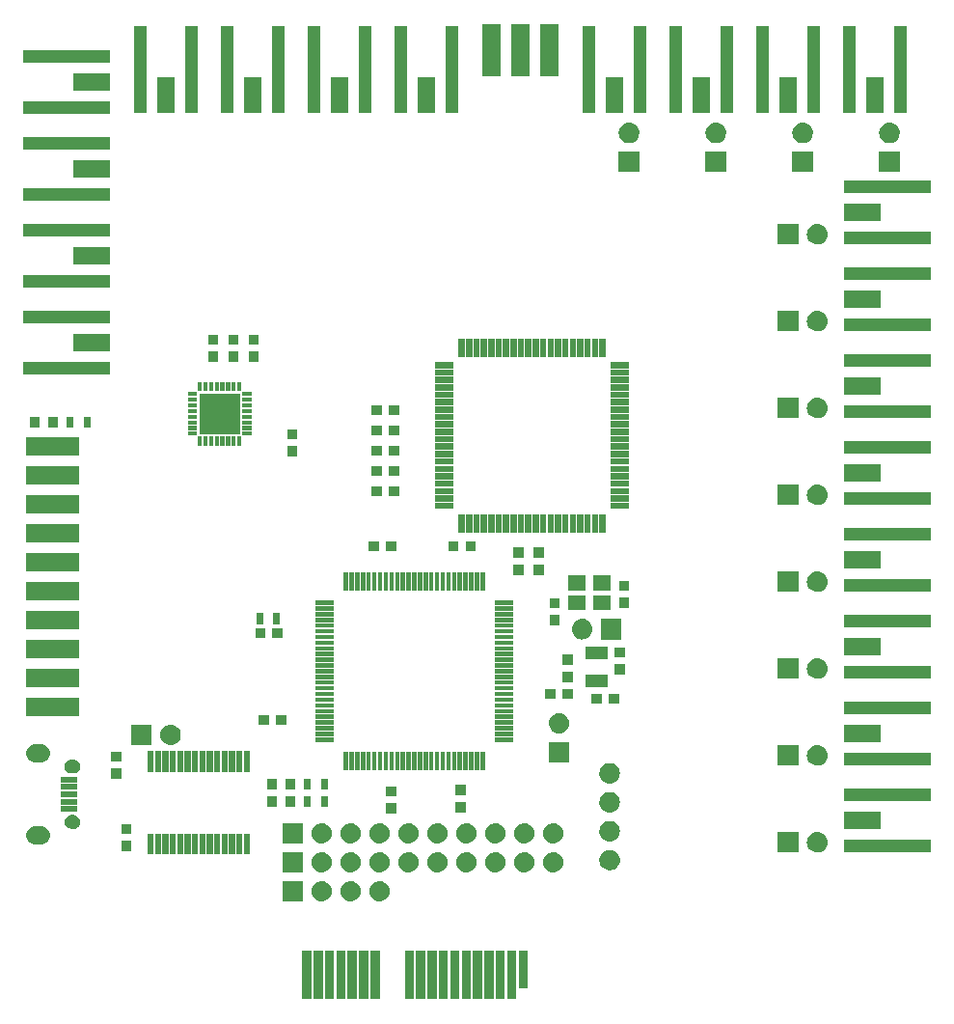
<source format=gbr>
G04 #@! TF.FileFunction,Soldermask,Top*
%FSLAX46Y46*%
G04 Gerber Fmt 4.6, Leading zero omitted, Abs format (unit mm)*
G04 Created by KiCad (PCBNEW 4.0.7) date 07/26/18 16:07:15*
%MOMM*%
%LPD*%
G01*
G04 APERTURE LIST*
%ADD10C,0.050000*%
G04 APERTURE END LIST*
D10*
G36*
X149167000Y-137753500D02*
X148367000Y-137753500D01*
X148367000Y-133453500D01*
X149167000Y-133453500D01*
X149167000Y-137753500D01*
X149167000Y-137753500D01*
G37*
G36*
X140167000Y-137753500D02*
X139367000Y-137753500D01*
X139367000Y-133453500D01*
X140167000Y-133453500D01*
X140167000Y-137753500D01*
X140167000Y-137753500D01*
G37*
G36*
X135167000Y-137753500D02*
X134367000Y-137753500D01*
X134367000Y-133453500D01*
X135167000Y-133453500D01*
X135167000Y-137753500D01*
X135167000Y-137753500D01*
G37*
G36*
X134167000Y-137753500D02*
X133367000Y-137753500D01*
X133367000Y-133453500D01*
X134167000Y-133453500D01*
X134167000Y-137753500D01*
X134167000Y-137753500D01*
G37*
G36*
X133167000Y-137753500D02*
X132367000Y-137753500D01*
X132367000Y-133453500D01*
X133167000Y-133453500D01*
X133167000Y-137753500D01*
X133167000Y-137753500D01*
G37*
G36*
X132167000Y-137753500D02*
X131367000Y-137753500D01*
X131367000Y-133453500D01*
X132167000Y-133453500D01*
X132167000Y-137753500D01*
X132167000Y-137753500D01*
G37*
G36*
X131167000Y-137753500D02*
X130367000Y-137753500D01*
X130367000Y-133453500D01*
X131167000Y-133453500D01*
X131167000Y-137753500D01*
X131167000Y-137753500D01*
G37*
G36*
X136167000Y-137753500D02*
X135367000Y-137753500D01*
X135367000Y-133453500D01*
X136167000Y-133453500D01*
X136167000Y-137753500D01*
X136167000Y-137753500D01*
G37*
G36*
X137167000Y-137753500D02*
X136367000Y-137753500D01*
X136367000Y-133453500D01*
X137167000Y-133453500D01*
X137167000Y-137753500D01*
X137167000Y-137753500D01*
G37*
G36*
X142167000Y-137753500D02*
X141367000Y-137753500D01*
X141367000Y-133453500D01*
X142167000Y-133453500D01*
X142167000Y-137753500D01*
X142167000Y-137753500D01*
G37*
G36*
X143167000Y-137753500D02*
X142367000Y-137753500D01*
X142367000Y-133453500D01*
X143167000Y-133453500D01*
X143167000Y-137753500D01*
X143167000Y-137753500D01*
G37*
G36*
X144167000Y-137753500D02*
X143367000Y-137753500D01*
X143367000Y-133453500D01*
X144167000Y-133453500D01*
X144167000Y-137753500D01*
X144167000Y-137753500D01*
G37*
G36*
X145167000Y-137753500D02*
X144367000Y-137753500D01*
X144367000Y-133453500D01*
X145167000Y-133453500D01*
X145167000Y-137753500D01*
X145167000Y-137753500D01*
G37*
G36*
X146167000Y-137753500D02*
X145367000Y-137753500D01*
X145367000Y-133453500D01*
X146167000Y-133453500D01*
X146167000Y-137753500D01*
X146167000Y-137753500D01*
G37*
G36*
X147167000Y-137753500D02*
X146367000Y-137753500D01*
X146367000Y-133453500D01*
X147167000Y-133453500D01*
X147167000Y-137753500D01*
X147167000Y-137753500D01*
G37*
G36*
X148167000Y-137753500D02*
X147367000Y-137753500D01*
X147367000Y-133453500D01*
X148167000Y-133453500D01*
X148167000Y-137753500D01*
X148167000Y-137753500D01*
G37*
G36*
X141167000Y-137753500D02*
X140367000Y-137753500D01*
X140367000Y-133453500D01*
X141167000Y-133453500D01*
X141167000Y-137753500D01*
X141167000Y-137753500D01*
G37*
G36*
X150167000Y-136753500D02*
X149367000Y-136753500D01*
X149367000Y-133453500D01*
X150167000Y-133453500D01*
X150167000Y-136753500D01*
X150167000Y-136753500D01*
G37*
G36*
X132260933Y-127384022D02*
X132260938Y-127384024D01*
X132260970Y-127384027D01*
X132428764Y-127435968D01*
X132583274Y-127519511D01*
X132718614Y-127631474D01*
X132829629Y-127767593D01*
X132912091Y-127922682D01*
X132962860Y-128090834D01*
X132980000Y-128265645D01*
X132980000Y-128274423D01*
X132979923Y-128285498D01*
X132979922Y-128285508D01*
X132979912Y-128286921D01*
X132960333Y-128461476D01*
X132907222Y-128628903D01*
X132822602Y-128782825D01*
X132709697Y-128917380D01*
X132572807Y-129027443D01*
X132417146Y-129108820D01*
X132248643Y-129158414D01*
X132248618Y-129158416D01*
X132248612Y-129158418D01*
X132073717Y-129174334D01*
X131899067Y-129155978D01*
X131899062Y-129155976D01*
X131899030Y-129155973D01*
X131731236Y-129104032D01*
X131576726Y-129020489D01*
X131441386Y-128908526D01*
X131330371Y-128772407D01*
X131247909Y-128617318D01*
X131197140Y-128449166D01*
X131180000Y-128274355D01*
X131180000Y-128265577D01*
X131180077Y-128254502D01*
X131180078Y-128254492D01*
X131180088Y-128253079D01*
X131199667Y-128078524D01*
X131252778Y-127911097D01*
X131337398Y-127757175D01*
X131450303Y-127622620D01*
X131587193Y-127512557D01*
X131742854Y-127431180D01*
X131911357Y-127381586D01*
X131911382Y-127381584D01*
X131911388Y-127381582D01*
X132086283Y-127365666D01*
X132260933Y-127384022D01*
X132260933Y-127384022D01*
G37*
G36*
X137340933Y-127384022D02*
X137340938Y-127384024D01*
X137340970Y-127384027D01*
X137508764Y-127435968D01*
X137663274Y-127519511D01*
X137798614Y-127631474D01*
X137909629Y-127767593D01*
X137992091Y-127922682D01*
X138042860Y-128090834D01*
X138060000Y-128265645D01*
X138060000Y-128274423D01*
X138059923Y-128285498D01*
X138059922Y-128285508D01*
X138059912Y-128286921D01*
X138040333Y-128461476D01*
X137987222Y-128628903D01*
X137902602Y-128782825D01*
X137789697Y-128917380D01*
X137652807Y-129027443D01*
X137497146Y-129108820D01*
X137328643Y-129158414D01*
X137328618Y-129158416D01*
X137328612Y-129158418D01*
X137153717Y-129174334D01*
X136979067Y-129155978D01*
X136979062Y-129155976D01*
X136979030Y-129155973D01*
X136811236Y-129104032D01*
X136656726Y-129020489D01*
X136521386Y-128908526D01*
X136410371Y-128772407D01*
X136327909Y-128617318D01*
X136277140Y-128449166D01*
X136260000Y-128274355D01*
X136260000Y-128265577D01*
X136260077Y-128254502D01*
X136260078Y-128254492D01*
X136260088Y-128253079D01*
X136279667Y-128078524D01*
X136332778Y-127911097D01*
X136417398Y-127757175D01*
X136530303Y-127622620D01*
X136667193Y-127512557D01*
X136822854Y-127431180D01*
X136991357Y-127381586D01*
X136991382Y-127381584D01*
X136991388Y-127381582D01*
X137166283Y-127365666D01*
X137340933Y-127384022D01*
X137340933Y-127384022D01*
G37*
G36*
X134800933Y-127384022D02*
X134800938Y-127384024D01*
X134800970Y-127384027D01*
X134968764Y-127435968D01*
X135123274Y-127519511D01*
X135258614Y-127631474D01*
X135369629Y-127767593D01*
X135452091Y-127922682D01*
X135502860Y-128090834D01*
X135520000Y-128265645D01*
X135520000Y-128274423D01*
X135519923Y-128285498D01*
X135519922Y-128285508D01*
X135519912Y-128286921D01*
X135500333Y-128461476D01*
X135447222Y-128628903D01*
X135362602Y-128782825D01*
X135249697Y-128917380D01*
X135112807Y-129027443D01*
X134957146Y-129108820D01*
X134788643Y-129158414D01*
X134788618Y-129158416D01*
X134788612Y-129158418D01*
X134613717Y-129174334D01*
X134439067Y-129155978D01*
X134439062Y-129155976D01*
X134439030Y-129155973D01*
X134271236Y-129104032D01*
X134116726Y-129020489D01*
X133981386Y-128908526D01*
X133870371Y-128772407D01*
X133787909Y-128617318D01*
X133737140Y-128449166D01*
X133720000Y-128274355D01*
X133720000Y-128265577D01*
X133720077Y-128254502D01*
X133720078Y-128254492D01*
X133720088Y-128253079D01*
X133739667Y-128078524D01*
X133792778Y-127911097D01*
X133877398Y-127757175D01*
X133990303Y-127622620D01*
X134127193Y-127512557D01*
X134282854Y-127431180D01*
X134451357Y-127381586D01*
X134451382Y-127381584D01*
X134451388Y-127381582D01*
X134626283Y-127365666D01*
X134800933Y-127384022D01*
X134800933Y-127384022D01*
G37*
G36*
X130440000Y-129170000D02*
X128640000Y-129170000D01*
X128640000Y-127370000D01*
X130440000Y-127370000D01*
X130440000Y-129170000D01*
X130440000Y-129170000D01*
G37*
G36*
X139880933Y-124844022D02*
X139880938Y-124844024D01*
X139880970Y-124844027D01*
X140048764Y-124895968D01*
X140203274Y-124979511D01*
X140338614Y-125091474D01*
X140449629Y-125227593D01*
X140532091Y-125382682D01*
X140582860Y-125550834D01*
X140600000Y-125725645D01*
X140600000Y-125734423D01*
X140599923Y-125745498D01*
X140599922Y-125745508D01*
X140599912Y-125746921D01*
X140580333Y-125921476D01*
X140527222Y-126088903D01*
X140442602Y-126242825D01*
X140329697Y-126377380D01*
X140192807Y-126487443D01*
X140037146Y-126568820D01*
X139868643Y-126618414D01*
X139868618Y-126618416D01*
X139868612Y-126618418D01*
X139693717Y-126634334D01*
X139519067Y-126615978D01*
X139519062Y-126615976D01*
X139519030Y-126615973D01*
X139351236Y-126564032D01*
X139196726Y-126480489D01*
X139061386Y-126368526D01*
X138950371Y-126232407D01*
X138867909Y-126077318D01*
X138817140Y-125909166D01*
X138800000Y-125734355D01*
X138800000Y-125725577D01*
X138800077Y-125714502D01*
X138800078Y-125714492D01*
X138800088Y-125713079D01*
X138819667Y-125538524D01*
X138872778Y-125371097D01*
X138957398Y-125217175D01*
X139070303Y-125082620D01*
X139207193Y-124972557D01*
X139362854Y-124891180D01*
X139531357Y-124841586D01*
X139531382Y-124841584D01*
X139531388Y-124841582D01*
X139706283Y-124825666D01*
X139880933Y-124844022D01*
X139880933Y-124844022D01*
G37*
G36*
X144960933Y-124844022D02*
X144960938Y-124844024D01*
X144960970Y-124844027D01*
X145128764Y-124895968D01*
X145283274Y-124979511D01*
X145418614Y-125091474D01*
X145529629Y-125227593D01*
X145612091Y-125382682D01*
X145662860Y-125550834D01*
X145680000Y-125725645D01*
X145680000Y-125734423D01*
X145679923Y-125745498D01*
X145679922Y-125745508D01*
X145679912Y-125746921D01*
X145660333Y-125921476D01*
X145607222Y-126088903D01*
X145522602Y-126242825D01*
X145409697Y-126377380D01*
X145272807Y-126487443D01*
X145117146Y-126568820D01*
X144948643Y-126618414D01*
X144948618Y-126618416D01*
X144948612Y-126618418D01*
X144773717Y-126634334D01*
X144599067Y-126615978D01*
X144599062Y-126615976D01*
X144599030Y-126615973D01*
X144431236Y-126564032D01*
X144276726Y-126480489D01*
X144141386Y-126368526D01*
X144030371Y-126232407D01*
X143947909Y-126077318D01*
X143897140Y-125909166D01*
X143880000Y-125734355D01*
X143880000Y-125725577D01*
X143880077Y-125714502D01*
X143880078Y-125714492D01*
X143880088Y-125713079D01*
X143899667Y-125538524D01*
X143952778Y-125371097D01*
X144037398Y-125217175D01*
X144150303Y-125082620D01*
X144287193Y-124972557D01*
X144442854Y-124891180D01*
X144611357Y-124841586D01*
X144611382Y-124841584D01*
X144611388Y-124841582D01*
X144786283Y-124825666D01*
X144960933Y-124844022D01*
X144960933Y-124844022D01*
G37*
G36*
X142420933Y-124844022D02*
X142420938Y-124844024D01*
X142420970Y-124844027D01*
X142588764Y-124895968D01*
X142743274Y-124979511D01*
X142878614Y-125091474D01*
X142989629Y-125227593D01*
X143072091Y-125382682D01*
X143122860Y-125550834D01*
X143140000Y-125725645D01*
X143140000Y-125734423D01*
X143139923Y-125745498D01*
X143139922Y-125745508D01*
X143139912Y-125746921D01*
X143120333Y-125921476D01*
X143067222Y-126088903D01*
X142982602Y-126242825D01*
X142869697Y-126377380D01*
X142732807Y-126487443D01*
X142577146Y-126568820D01*
X142408643Y-126618414D01*
X142408618Y-126618416D01*
X142408612Y-126618418D01*
X142233717Y-126634334D01*
X142059067Y-126615978D01*
X142059062Y-126615976D01*
X142059030Y-126615973D01*
X141891236Y-126564032D01*
X141736726Y-126480489D01*
X141601386Y-126368526D01*
X141490371Y-126232407D01*
X141407909Y-126077318D01*
X141357140Y-125909166D01*
X141340000Y-125734355D01*
X141340000Y-125725577D01*
X141340077Y-125714502D01*
X141340078Y-125714492D01*
X141340088Y-125713079D01*
X141359667Y-125538524D01*
X141412778Y-125371097D01*
X141497398Y-125217175D01*
X141610303Y-125082620D01*
X141747193Y-124972557D01*
X141902854Y-124891180D01*
X142071357Y-124841586D01*
X142071382Y-124841584D01*
X142071388Y-124841582D01*
X142246283Y-124825666D01*
X142420933Y-124844022D01*
X142420933Y-124844022D01*
G37*
G36*
X137340933Y-124844022D02*
X137340938Y-124844024D01*
X137340970Y-124844027D01*
X137508764Y-124895968D01*
X137663274Y-124979511D01*
X137798614Y-125091474D01*
X137909629Y-125227593D01*
X137992091Y-125382682D01*
X138042860Y-125550834D01*
X138060000Y-125725645D01*
X138060000Y-125734423D01*
X138059923Y-125745498D01*
X138059922Y-125745508D01*
X138059912Y-125746921D01*
X138040333Y-125921476D01*
X137987222Y-126088903D01*
X137902602Y-126242825D01*
X137789697Y-126377380D01*
X137652807Y-126487443D01*
X137497146Y-126568820D01*
X137328643Y-126618414D01*
X137328618Y-126618416D01*
X137328612Y-126618418D01*
X137153717Y-126634334D01*
X136979067Y-126615978D01*
X136979062Y-126615976D01*
X136979030Y-126615973D01*
X136811236Y-126564032D01*
X136656726Y-126480489D01*
X136521386Y-126368526D01*
X136410371Y-126232407D01*
X136327909Y-126077318D01*
X136277140Y-125909166D01*
X136260000Y-125734355D01*
X136260000Y-125725577D01*
X136260077Y-125714502D01*
X136260078Y-125714492D01*
X136260088Y-125713079D01*
X136279667Y-125538524D01*
X136332778Y-125371097D01*
X136417398Y-125217175D01*
X136530303Y-125082620D01*
X136667193Y-124972557D01*
X136822854Y-124891180D01*
X136991357Y-124841586D01*
X136991382Y-124841584D01*
X136991388Y-124841582D01*
X137166283Y-124825666D01*
X137340933Y-124844022D01*
X137340933Y-124844022D01*
G37*
G36*
X147500933Y-124844022D02*
X147500938Y-124844024D01*
X147500970Y-124844027D01*
X147668764Y-124895968D01*
X147823274Y-124979511D01*
X147958614Y-125091474D01*
X148069629Y-125227593D01*
X148152091Y-125382682D01*
X148202860Y-125550834D01*
X148220000Y-125725645D01*
X148220000Y-125734423D01*
X148219923Y-125745498D01*
X148219922Y-125745508D01*
X148219912Y-125746921D01*
X148200333Y-125921476D01*
X148147222Y-126088903D01*
X148062602Y-126242825D01*
X147949697Y-126377380D01*
X147812807Y-126487443D01*
X147657146Y-126568820D01*
X147488643Y-126618414D01*
X147488618Y-126618416D01*
X147488612Y-126618418D01*
X147313717Y-126634334D01*
X147139067Y-126615978D01*
X147139062Y-126615976D01*
X147139030Y-126615973D01*
X146971236Y-126564032D01*
X146816726Y-126480489D01*
X146681386Y-126368526D01*
X146570371Y-126232407D01*
X146487909Y-126077318D01*
X146437140Y-125909166D01*
X146420000Y-125734355D01*
X146420000Y-125725577D01*
X146420077Y-125714502D01*
X146420078Y-125714492D01*
X146420088Y-125713079D01*
X146439667Y-125538524D01*
X146492778Y-125371097D01*
X146577398Y-125217175D01*
X146690303Y-125082620D01*
X146827193Y-124972557D01*
X146982854Y-124891180D01*
X147151357Y-124841586D01*
X147151382Y-124841584D01*
X147151388Y-124841582D01*
X147326283Y-124825666D01*
X147500933Y-124844022D01*
X147500933Y-124844022D01*
G37*
G36*
X132260933Y-124844022D02*
X132260938Y-124844024D01*
X132260970Y-124844027D01*
X132428764Y-124895968D01*
X132583274Y-124979511D01*
X132718614Y-125091474D01*
X132829629Y-125227593D01*
X132912091Y-125382682D01*
X132962860Y-125550834D01*
X132980000Y-125725645D01*
X132980000Y-125734423D01*
X132979923Y-125745498D01*
X132979922Y-125745508D01*
X132979912Y-125746921D01*
X132960333Y-125921476D01*
X132907222Y-126088903D01*
X132822602Y-126242825D01*
X132709697Y-126377380D01*
X132572807Y-126487443D01*
X132417146Y-126568820D01*
X132248643Y-126618414D01*
X132248618Y-126618416D01*
X132248612Y-126618418D01*
X132073717Y-126634334D01*
X131899067Y-126615978D01*
X131899062Y-126615976D01*
X131899030Y-126615973D01*
X131731236Y-126564032D01*
X131576726Y-126480489D01*
X131441386Y-126368526D01*
X131330371Y-126232407D01*
X131247909Y-126077318D01*
X131197140Y-125909166D01*
X131180000Y-125734355D01*
X131180000Y-125725577D01*
X131180077Y-125714502D01*
X131180078Y-125714492D01*
X131180088Y-125713079D01*
X131199667Y-125538524D01*
X131252778Y-125371097D01*
X131337398Y-125217175D01*
X131450303Y-125082620D01*
X131587193Y-124972557D01*
X131742854Y-124891180D01*
X131911357Y-124841586D01*
X131911382Y-124841584D01*
X131911388Y-124841582D01*
X132086283Y-124825666D01*
X132260933Y-124844022D01*
X132260933Y-124844022D01*
G37*
G36*
X150040933Y-124844022D02*
X150040938Y-124844024D01*
X150040970Y-124844027D01*
X150208764Y-124895968D01*
X150363274Y-124979511D01*
X150498614Y-125091474D01*
X150609629Y-125227593D01*
X150692091Y-125382682D01*
X150742860Y-125550834D01*
X150760000Y-125725645D01*
X150760000Y-125734423D01*
X150759923Y-125745498D01*
X150759922Y-125745508D01*
X150759912Y-125746921D01*
X150740333Y-125921476D01*
X150687222Y-126088903D01*
X150602602Y-126242825D01*
X150489697Y-126377380D01*
X150352807Y-126487443D01*
X150197146Y-126568820D01*
X150028643Y-126618414D01*
X150028618Y-126618416D01*
X150028612Y-126618418D01*
X149853717Y-126634334D01*
X149679067Y-126615978D01*
X149679062Y-126615976D01*
X149679030Y-126615973D01*
X149511236Y-126564032D01*
X149356726Y-126480489D01*
X149221386Y-126368526D01*
X149110371Y-126232407D01*
X149027909Y-126077318D01*
X148977140Y-125909166D01*
X148960000Y-125734355D01*
X148960000Y-125725577D01*
X148960077Y-125714502D01*
X148960078Y-125714492D01*
X148960088Y-125713079D01*
X148979667Y-125538524D01*
X149032778Y-125371097D01*
X149117398Y-125217175D01*
X149230303Y-125082620D01*
X149367193Y-124972557D01*
X149522854Y-124891180D01*
X149691357Y-124841586D01*
X149691382Y-124841584D01*
X149691388Y-124841582D01*
X149866283Y-124825666D01*
X150040933Y-124844022D01*
X150040933Y-124844022D01*
G37*
G36*
X152580933Y-124844022D02*
X152580938Y-124844024D01*
X152580970Y-124844027D01*
X152748764Y-124895968D01*
X152903274Y-124979511D01*
X153038614Y-125091474D01*
X153149629Y-125227593D01*
X153232091Y-125382682D01*
X153282860Y-125550834D01*
X153300000Y-125725645D01*
X153300000Y-125734423D01*
X153299923Y-125745498D01*
X153299922Y-125745508D01*
X153299912Y-125746921D01*
X153280333Y-125921476D01*
X153227222Y-126088903D01*
X153142602Y-126242825D01*
X153029697Y-126377380D01*
X152892807Y-126487443D01*
X152737146Y-126568820D01*
X152568643Y-126618414D01*
X152568618Y-126618416D01*
X152568612Y-126618418D01*
X152393717Y-126634334D01*
X152219067Y-126615978D01*
X152219062Y-126615976D01*
X152219030Y-126615973D01*
X152051236Y-126564032D01*
X151896726Y-126480489D01*
X151761386Y-126368526D01*
X151650371Y-126232407D01*
X151567909Y-126077318D01*
X151517140Y-125909166D01*
X151500000Y-125734355D01*
X151500000Y-125725577D01*
X151500077Y-125714502D01*
X151500078Y-125714492D01*
X151500088Y-125713079D01*
X151519667Y-125538524D01*
X151572778Y-125371097D01*
X151657398Y-125217175D01*
X151770303Y-125082620D01*
X151907193Y-124972557D01*
X152062854Y-124891180D01*
X152231357Y-124841586D01*
X152231382Y-124841584D01*
X152231388Y-124841582D01*
X152406283Y-124825666D01*
X152580933Y-124844022D01*
X152580933Y-124844022D01*
G37*
G36*
X134800933Y-124844022D02*
X134800938Y-124844024D01*
X134800970Y-124844027D01*
X134968764Y-124895968D01*
X135123274Y-124979511D01*
X135258614Y-125091474D01*
X135369629Y-125227593D01*
X135452091Y-125382682D01*
X135502860Y-125550834D01*
X135520000Y-125725645D01*
X135520000Y-125734423D01*
X135519923Y-125745498D01*
X135519922Y-125745508D01*
X135519912Y-125746921D01*
X135500333Y-125921476D01*
X135447222Y-126088903D01*
X135362602Y-126242825D01*
X135249697Y-126377380D01*
X135112807Y-126487443D01*
X134957146Y-126568820D01*
X134788643Y-126618414D01*
X134788618Y-126618416D01*
X134788612Y-126618418D01*
X134613717Y-126634334D01*
X134439067Y-126615978D01*
X134439062Y-126615976D01*
X134439030Y-126615973D01*
X134271236Y-126564032D01*
X134116726Y-126480489D01*
X133981386Y-126368526D01*
X133870371Y-126232407D01*
X133787909Y-126077318D01*
X133737140Y-125909166D01*
X133720000Y-125734355D01*
X133720000Y-125725577D01*
X133720077Y-125714502D01*
X133720078Y-125714492D01*
X133720088Y-125713079D01*
X133739667Y-125538524D01*
X133792778Y-125371097D01*
X133877398Y-125217175D01*
X133990303Y-125082620D01*
X134127193Y-124972557D01*
X134282854Y-124891180D01*
X134451357Y-124841586D01*
X134451382Y-124841584D01*
X134451388Y-124841582D01*
X134626283Y-124825666D01*
X134800933Y-124844022D01*
X134800933Y-124844022D01*
G37*
G36*
X130440000Y-126630000D02*
X128640000Y-126630000D01*
X128640000Y-124830000D01*
X130440000Y-124830000D01*
X130440000Y-126630000D01*
X130440000Y-126630000D01*
G37*
G36*
X157447531Y-124640098D02*
X157620426Y-124675588D01*
X157783133Y-124743984D01*
X157929458Y-124842681D01*
X158053826Y-124967920D01*
X158151498Y-125114930D01*
X158218759Y-125278115D01*
X158252992Y-125451004D01*
X158252992Y-125451012D01*
X158253039Y-125451250D01*
X158250224Y-125652846D01*
X158250170Y-125653083D01*
X158250170Y-125653090D01*
X158211123Y-125824958D01*
X158139332Y-125986200D01*
X158037594Y-126130423D01*
X157909775Y-126252144D01*
X157760754Y-126346716D01*
X157596200Y-126410542D01*
X157422380Y-126441191D01*
X157245925Y-126437495D01*
X157073537Y-126399593D01*
X156911799Y-126328931D01*
X156766870Y-126228203D01*
X156644263Y-126101239D01*
X156548650Y-125952876D01*
X156483678Y-125788776D01*
X156451816Y-125615176D01*
X156454280Y-125438689D01*
X156490975Y-125266052D01*
X156560507Y-125103823D01*
X156660225Y-124958189D01*
X156786324Y-124834703D01*
X156934019Y-124738054D01*
X157097660Y-124671938D01*
X157271036Y-124638866D01*
X157447531Y-124640098D01*
X157447531Y-124640098D01*
G37*
G36*
X117985000Y-125048000D02*
X117435000Y-125048000D01*
X117435000Y-123198000D01*
X117985000Y-123198000D01*
X117985000Y-125048000D01*
X117985000Y-125048000D01*
G37*
G36*
X120585000Y-125048000D02*
X120035000Y-125048000D01*
X120035000Y-123198000D01*
X120585000Y-123198000D01*
X120585000Y-125048000D01*
X120585000Y-125048000D01*
G37*
G36*
X122535000Y-125048000D02*
X121985000Y-125048000D01*
X121985000Y-123198000D01*
X122535000Y-123198000D01*
X122535000Y-125048000D01*
X122535000Y-125048000D01*
G37*
G36*
X119935000Y-125048000D02*
X119385000Y-125048000D01*
X119385000Y-123198000D01*
X119935000Y-123198000D01*
X119935000Y-125048000D01*
X119935000Y-125048000D01*
G37*
G36*
X119285000Y-125048000D02*
X118735000Y-125048000D01*
X118735000Y-123198000D01*
X119285000Y-123198000D01*
X119285000Y-125048000D01*
X119285000Y-125048000D01*
G37*
G36*
X117335000Y-125048000D02*
X116785000Y-125048000D01*
X116785000Y-123198000D01*
X117335000Y-123198000D01*
X117335000Y-125048000D01*
X117335000Y-125048000D01*
G37*
G36*
X118635000Y-125048000D02*
X118085000Y-125048000D01*
X118085000Y-123198000D01*
X118635000Y-123198000D01*
X118635000Y-125048000D01*
X118635000Y-125048000D01*
G37*
G36*
X123185000Y-125048000D02*
X122635000Y-125048000D01*
X122635000Y-123198000D01*
X123185000Y-123198000D01*
X123185000Y-125048000D01*
X123185000Y-125048000D01*
G37*
G36*
X123835000Y-125048000D02*
X123285000Y-125048000D01*
X123285000Y-123198000D01*
X123835000Y-123198000D01*
X123835000Y-125048000D01*
X123835000Y-125048000D01*
G37*
G36*
X121885000Y-125048000D02*
X121335000Y-125048000D01*
X121335000Y-123198000D01*
X121885000Y-123198000D01*
X121885000Y-125048000D01*
X121885000Y-125048000D01*
G37*
G36*
X124485000Y-125048000D02*
X123935000Y-125048000D01*
X123935000Y-123198000D01*
X124485000Y-123198000D01*
X124485000Y-125048000D01*
X124485000Y-125048000D01*
G37*
G36*
X125135000Y-125048000D02*
X124585000Y-125048000D01*
X124585000Y-123198000D01*
X125135000Y-123198000D01*
X125135000Y-125048000D01*
X125135000Y-125048000D01*
G37*
G36*
X125785000Y-125048000D02*
X125235000Y-125048000D01*
X125235000Y-123198000D01*
X125785000Y-123198000D01*
X125785000Y-125048000D01*
X125785000Y-125048000D01*
G37*
G36*
X121235000Y-125048000D02*
X120685000Y-125048000D01*
X120685000Y-123198000D01*
X121235000Y-123198000D01*
X121235000Y-125048000D01*
X121235000Y-125048000D01*
G37*
G36*
X173924800Y-124877400D02*
X172124800Y-124877400D01*
X172124800Y-123077400D01*
X173924800Y-123077400D01*
X173924800Y-124877400D01*
X173924800Y-124877400D01*
G37*
G36*
X175580298Y-123077477D02*
X175580308Y-123077478D01*
X175581721Y-123077488D01*
X175756276Y-123097067D01*
X175923703Y-123150178D01*
X176077625Y-123234798D01*
X176212180Y-123347703D01*
X176322243Y-123484593D01*
X176403620Y-123640254D01*
X176453214Y-123808757D01*
X176453216Y-123808782D01*
X176453218Y-123808788D01*
X176469134Y-123983683D01*
X176450778Y-124158333D01*
X176450776Y-124158338D01*
X176450773Y-124158370D01*
X176398832Y-124326164D01*
X176315289Y-124480674D01*
X176203326Y-124616014D01*
X176067207Y-124727029D01*
X175912118Y-124809491D01*
X175743966Y-124860260D01*
X175569155Y-124877400D01*
X175560377Y-124877400D01*
X175549302Y-124877323D01*
X175549292Y-124877322D01*
X175547879Y-124877312D01*
X175373324Y-124857733D01*
X175205897Y-124804622D01*
X175051975Y-124720002D01*
X174917420Y-124607097D01*
X174807357Y-124470207D01*
X174725980Y-124314546D01*
X174676386Y-124146043D01*
X174676384Y-124146018D01*
X174676382Y-124146012D01*
X174660466Y-123971117D01*
X174678822Y-123796467D01*
X174678824Y-123796462D01*
X174678827Y-123796430D01*
X174730768Y-123628636D01*
X174814311Y-123474126D01*
X174926274Y-123338786D01*
X175062393Y-123227771D01*
X175217482Y-123145309D01*
X175385634Y-123094540D01*
X175560445Y-123077400D01*
X175569223Y-123077400D01*
X175580298Y-123077477D01*
X175580298Y-123077477D01*
G37*
G36*
X185574800Y-124842400D02*
X177924800Y-124842400D01*
X177924800Y-123772400D01*
X185574800Y-123772400D01*
X185574800Y-124842400D01*
X185574800Y-124842400D01*
G37*
G36*
X115360000Y-124771000D02*
X114510000Y-124771000D01*
X114510000Y-123871000D01*
X115360000Y-123871000D01*
X115360000Y-124771000D01*
X115360000Y-124771000D01*
G37*
G36*
X107452827Y-122561067D02*
X107452837Y-122561068D01*
X107454251Y-122561078D01*
X107609410Y-122578482D01*
X107758235Y-122625692D01*
X107895055Y-122700909D01*
X108014659Y-122801269D01*
X108112492Y-122922949D01*
X108184828Y-123061315D01*
X108228911Y-123211095D01*
X108228913Y-123211122D01*
X108228915Y-123211127D01*
X108243063Y-123366585D01*
X108226746Y-123521826D01*
X108226744Y-123521832D01*
X108226741Y-123521862D01*
X108180572Y-123671012D01*
X108106311Y-123808354D01*
X108006788Y-123928657D01*
X107885794Y-124027337D01*
X107747937Y-124100637D01*
X107598468Y-124145764D01*
X107443081Y-124161000D01*
X106932849Y-124161000D01*
X106923173Y-124160933D01*
X106923163Y-124160932D01*
X106921749Y-124160922D01*
X106766590Y-124143518D01*
X106617765Y-124096308D01*
X106480945Y-124021091D01*
X106361341Y-123920731D01*
X106263508Y-123799051D01*
X106191172Y-123660685D01*
X106147089Y-123510905D01*
X106147087Y-123510878D01*
X106147085Y-123510873D01*
X106132937Y-123355415D01*
X106149254Y-123200174D01*
X106149256Y-123200168D01*
X106149259Y-123200138D01*
X106195428Y-123050988D01*
X106269689Y-122913646D01*
X106369212Y-122793343D01*
X106490206Y-122694663D01*
X106628063Y-122621363D01*
X106777532Y-122576236D01*
X106932919Y-122561000D01*
X107443151Y-122561000D01*
X107452827Y-122561067D01*
X107452827Y-122561067D01*
G37*
G36*
X150040933Y-122304022D02*
X150040938Y-122304024D01*
X150040970Y-122304027D01*
X150208764Y-122355968D01*
X150363274Y-122439511D01*
X150498614Y-122551474D01*
X150609629Y-122687593D01*
X150692091Y-122842682D01*
X150742860Y-123010834D01*
X150760000Y-123185645D01*
X150760000Y-123194423D01*
X150759923Y-123205498D01*
X150759922Y-123205508D01*
X150759912Y-123206921D01*
X150740333Y-123381476D01*
X150687222Y-123548903D01*
X150602602Y-123702825D01*
X150489697Y-123837380D01*
X150352807Y-123947443D01*
X150197146Y-124028820D01*
X150028643Y-124078414D01*
X150028618Y-124078416D01*
X150028612Y-124078418D01*
X149853717Y-124094334D01*
X149679067Y-124075978D01*
X149679062Y-124075976D01*
X149679030Y-124075973D01*
X149511236Y-124024032D01*
X149356726Y-123940489D01*
X149221386Y-123828526D01*
X149110371Y-123692407D01*
X149027909Y-123537318D01*
X148977140Y-123369166D01*
X148960000Y-123194355D01*
X148960000Y-123185645D01*
X148960036Y-123180433D01*
X148960077Y-123174502D01*
X148960078Y-123174492D01*
X148960088Y-123173079D01*
X148979667Y-122998524D01*
X149032778Y-122831097D01*
X149117398Y-122677175D01*
X149230303Y-122542620D01*
X149367193Y-122432557D01*
X149522854Y-122351180D01*
X149691357Y-122301586D01*
X149691382Y-122301584D01*
X149691388Y-122301582D01*
X149866283Y-122285666D01*
X150040933Y-122304022D01*
X150040933Y-122304022D01*
G37*
G36*
X132260933Y-122304022D02*
X132260938Y-122304024D01*
X132260970Y-122304027D01*
X132428764Y-122355968D01*
X132583274Y-122439511D01*
X132718614Y-122551474D01*
X132829629Y-122687593D01*
X132912091Y-122842682D01*
X132962860Y-123010834D01*
X132980000Y-123185645D01*
X132980000Y-123194423D01*
X132979923Y-123205498D01*
X132979922Y-123205508D01*
X132979912Y-123206921D01*
X132960333Y-123381476D01*
X132907222Y-123548903D01*
X132822602Y-123702825D01*
X132709697Y-123837380D01*
X132572807Y-123947443D01*
X132417146Y-124028820D01*
X132248643Y-124078414D01*
X132248618Y-124078416D01*
X132248612Y-124078418D01*
X132073717Y-124094334D01*
X131899067Y-124075978D01*
X131899062Y-124075976D01*
X131899030Y-124075973D01*
X131731236Y-124024032D01*
X131576726Y-123940489D01*
X131441386Y-123828526D01*
X131330371Y-123692407D01*
X131247909Y-123537318D01*
X131197140Y-123369166D01*
X131180000Y-123194355D01*
X131180000Y-123185645D01*
X131180036Y-123180433D01*
X131180077Y-123174502D01*
X131180078Y-123174492D01*
X131180088Y-123173079D01*
X131199667Y-122998524D01*
X131252778Y-122831097D01*
X131337398Y-122677175D01*
X131450303Y-122542620D01*
X131587193Y-122432557D01*
X131742854Y-122351180D01*
X131911357Y-122301586D01*
X131911382Y-122301584D01*
X131911388Y-122301582D01*
X132086283Y-122285666D01*
X132260933Y-122304022D01*
X132260933Y-122304022D01*
G37*
G36*
X152580933Y-122304022D02*
X152580938Y-122304024D01*
X152580970Y-122304027D01*
X152748764Y-122355968D01*
X152903274Y-122439511D01*
X153038614Y-122551474D01*
X153149629Y-122687593D01*
X153232091Y-122842682D01*
X153282860Y-123010834D01*
X153300000Y-123185645D01*
X153300000Y-123194423D01*
X153299923Y-123205498D01*
X153299922Y-123205508D01*
X153299912Y-123206921D01*
X153280333Y-123381476D01*
X153227222Y-123548903D01*
X153142602Y-123702825D01*
X153029697Y-123837380D01*
X152892807Y-123947443D01*
X152737146Y-124028820D01*
X152568643Y-124078414D01*
X152568618Y-124078416D01*
X152568612Y-124078418D01*
X152393717Y-124094334D01*
X152219067Y-124075978D01*
X152219062Y-124075976D01*
X152219030Y-124075973D01*
X152051236Y-124024032D01*
X151896726Y-123940489D01*
X151761386Y-123828526D01*
X151650371Y-123692407D01*
X151567909Y-123537318D01*
X151517140Y-123369166D01*
X151500000Y-123194355D01*
X151500000Y-123185645D01*
X151500036Y-123180433D01*
X151500077Y-123174502D01*
X151500078Y-123174492D01*
X151500088Y-123173079D01*
X151519667Y-122998524D01*
X151572778Y-122831097D01*
X151657398Y-122677175D01*
X151770303Y-122542620D01*
X151907193Y-122432557D01*
X152062854Y-122351180D01*
X152231357Y-122301586D01*
X152231382Y-122301584D01*
X152231388Y-122301582D01*
X152406283Y-122285666D01*
X152580933Y-122304022D01*
X152580933Y-122304022D01*
G37*
G36*
X134800933Y-122304022D02*
X134800938Y-122304024D01*
X134800970Y-122304027D01*
X134968764Y-122355968D01*
X135123274Y-122439511D01*
X135258614Y-122551474D01*
X135369629Y-122687593D01*
X135452091Y-122842682D01*
X135502860Y-123010834D01*
X135520000Y-123185645D01*
X135520000Y-123194423D01*
X135519923Y-123205498D01*
X135519922Y-123205508D01*
X135519912Y-123206921D01*
X135500333Y-123381476D01*
X135447222Y-123548903D01*
X135362602Y-123702825D01*
X135249697Y-123837380D01*
X135112807Y-123947443D01*
X134957146Y-124028820D01*
X134788643Y-124078414D01*
X134788618Y-124078416D01*
X134788612Y-124078418D01*
X134613717Y-124094334D01*
X134439067Y-124075978D01*
X134439062Y-124075976D01*
X134439030Y-124075973D01*
X134271236Y-124024032D01*
X134116726Y-123940489D01*
X133981386Y-123828526D01*
X133870371Y-123692407D01*
X133787909Y-123537318D01*
X133737140Y-123369166D01*
X133720000Y-123194355D01*
X133720000Y-123185645D01*
X133720036Y-123180433D01*
X133720077Y-123174502D01*
X133720078Y-123174492D01*
X133720088Y-123173079D01*
X133739667Y-122998524D01*
X133792778Y-122831097D01*
X133877398Y-122677175D01*
X133990303Y-122542620D01*
X134127193Y-122432557D01*
X134282854Y-122351180D01*
X134451357Y-122301586D01*
X134451382Y-122301584D01*
X134451388Y-122301582D01*
X134626283Y-122285666D01*
X134800933Y-122304022D01*
X134800933Y-122304022D01*
G37*
G36*
X137340933Y-122304022D02*
X137340938Y-122304024D01*
X137340970Y-122304027D01*
X137508764Y-122355968D01*
X137663274Y-122439511D01*
X137798614Y-122551474D01*
X137909629Y-122687593D01*
X137992091Y-122842682D01*
X138042860Y-123010834D01*
X138060000Y-123185645D01*
X138060000Y-123194423D01*
X138059923Y-123205498D01*
X138059922Y-123205508D01*
X138059912Y-123206921D01*
X138040333Y-123381476D01*
X137987222Y-123548903D01*
X137902602Y-123702825D01*
X137789697Y-123837380D01*
X137652807Y-123947443D01*
X137497146Y-124028820D01*
X137328643Y-124078414D01*
X137328618Y-124078416D01*
X137328612Y-124078418D01*
X137153717Y-124094334D01*
X136979067Y-124075978D01*
X136979062Y-124075976D01*
X136979030Y-124075973D01*
X136811236Y-124024032D01*
X136656726Y-123940489D01*
X136521386Y-123828526D01*
X136410371Y-123692407D01*
X136327909Y-123537318D01*
X136277140Y-123369166D01*
X136260000Y-123194355D01*
X136260000Y-123185645D01*
X136260036Y-123180433D01*
X136260077Y-123174502D01*
X136260078Y-123174492D01*
X136260088Y-123173079D01*
X136279667Y-122998524D01*
X136332778Y-122831097D01*
X136417398Y-122677175D01*
X136530303Y-122542620D01*
X136667193Y-122432557D01*
X136822854Y-122351180D01*
X136991357Y-122301586D01*
X136991382Y-122301584D01*
X136991388Y-122301582D01*
X137166283Y-122285666D01*
X137340933Y-122304022D01*
X137340933Y-122304022D01*
G37*
G36*
X144960933Y-122304022D02*
X144960938Y-122304024D01*
X144960970Y-122304027D01*
X145128764Y-122355968D01*
X145283274Y-122439511D01*
X145418614Y-122551474D01*
X145529629Y-122687593D01*
X145612091Y-122842682D01*
X145662860Y-123010834D01*
X145680000Y-123185645D01*
X145680000Y-123194423D01*
X145679923Y-123205498D01*
X145679922Y-123205508D01*
X145679912Y-123206921D01*
X145660333Y-123381476D01*
X145607222Y-123548903D01*
X145522602Y-123702825D01*
X145409697Y-123837380D01*
X145272807Y-123947443D01*
X145117146Y-124028820D01*
X144948643Y-124078414D01*
X144948618Y-124078416D01*
X144948612Y-124078418D01*
X144773717Y-124094334D01*
X144599067Y-124075978D01*
X144599062Y-124075976D01*
X144599030Y-124075973D01*
X144431236Y-124024032D01*
X144276726Y-123940489D01*
X144141386Y-123828526D01*
X144030371Y-123692407D01*
X143947909Y-123537318D01*
X143897140Y-123369166D01*
X143880000Y-123194355D01*
X143880000Y-123185645D01*
X143880036Y-123180433D01*
X143880077Y-123174502D01*
X143880078Y-123174492D01*
X143880088Y-123173079D01*
X143899667Y-122998524D01*
X143952778Y-122831097D01*
X144037398Y-122677175D01*
X144150303Y-122542620D01*
X144287193Y-122432557D01*
X144442854Y-122351180D01*
X144611357Y-122301586D01*
X144611382Y-122301584D01*
X144611388Y-122301582D01*
X144786283Y-122285666D01*
X144960933Y-122304022D01*
X144960933Y-122304022D01*
G37*
G36*
X142420933Y-122304022D02*
X142420938Y-122304024D01*
X142420970Y-122304027D01*
X142588764Y-122355968D01*
X142743274Y-122439511D01*
X142878614Y-122551474D01*
X142989629Y-122687593D01*
X143072091Y-122842682D01*
X143122860Y-123010834D01*
X143140000Y-123185645D01*
X143140000Y-123194423D01*
X143139923Y-123205498D01*
X143139922Y-123205508D01*
X143139912Y-123206921D01*
X143120333Y-123381476D01*
X143067222Y-123548903D01*
X142982602Y-123702825D01*
X142869697Y-123837380D01*
X142732807Y-123947443D01*
X142577146Y-124028820D01*
X142408643Y-124078414D01*
X142408618Y-124078416D01*
X142408612Y-124078418D01*
X142233717Y-124094334D01*
X142059067Y-124075978D01*
X142059062Y-124075976D01*
X142059030Y-124075973D01*
X141891236Y-124024032D01*
X141736726Y-123940489D01*
X141601386Y-123828526D01*
X141490371Y-123692407D01*
X141407909Y-123537318D01*
X141357140Y-123369166D01*
X141340000Y-123194355D01*
X141340000Y-123185645D01*
X141340036Y-123180433D01*
X141340077Y-123174502D01*
X141340078Y-123174492D01*
X141340088Y-123173079D01*
X141359667Y-122998524D01*
X141412778Y-122831097D01*
X141497398Y-122677175D01*
X141610303Y-122542620D01*
X141747193Y-122432557D01*
X141902854Y-122351180D01*
X142071357Y-122301586D01*
X142071382Y-122301584D01*
X142071388Y-122301582D01*
X142246283Y-122285666D01*
X142420933Y-122304022D01*
X142420933Y-122304022D01*
G37*
G36*
X139880933Y-122304022D02*
X139880938Y-122304024D01*
X139880970Y-122304027D01*
X140048764Y-122355968D01*
X140203274Y-122439511D01*
X140338614Y-122551474D01*
X140449629Y-122687593D01*
X140532091Y-122842682D01*
X140582860Y-123010834D01*
X140600000Y-123185645D01*
X140600000Y-123194423D01*
X140599923Y-123205498D01*
X140599922Y-123205508D01*
X140599912Y-123206921D01*
X140580333Y-123381476D01*
X140527222Y-123548903D01*
X140442602Y-123702825D01*
X140329697Y-123837380D01*
X140192807Y-123947443D01*
X140037146Y-124028820D01*
X139868643Y-124078414D01*
X139868618Y-124078416D01*
X139868612Y-124078418D01*
X139693717Y-124094334D01*
X139519067Y-124075978D01*
X139519062Y-124075976D01*
X139519030Y-124075973D01*
X139351236Y-124024032D01*
X139196726Y-123940489D01*
X139061386Y-123828526D01*
X138950371Y-123692407D01*
X138867909Y-123537318D01*
X138817140Y-123369166D01*
X138800000Y-123194355D01*
X138800000Y-123185645D01*
X138800036Y-123180433D01*
X138800077Y-123174502D01*
X138800078Y-123174492D01*
X138800088Y-123173079D01*
X138819667Y-122998524D01*
X138872778Y-122831097D01*
X138957398Y-122677175D01*
X139070303Y-122542620D01*
X139207193Y-122432557D01*
X139362854Y-122351180D01*
X139531357Y-122301586D01*
X139531382Y-122301584D01*
X139531388Y-122301582D01*
X139706283Y-122285666D01*
X139880933Y-122304022D01*
X139880933Y-122304022D01*
G37*
G36*
X147500933Y-122304022D02*
X147500938Y-122304024D01*
X147500970Y-122304027D01*
X147668764Y-122355968D01*
X147823274Y-122439511D01*
X147958614Y-122551474D01*
X148069629Y-122687593D01*
X148152091Y-122842682D01*
X148202860Y-123010834D01*
X148220000Y-123185645D01*
X148220000Y-123194423D01*
X148219923Y-123205498D01*
X148219922Y-123205508D01*
X148219912Y-123206921D01*
X148200333Y-123381476D01*
X148147222Y-123548903D01*
X148062602Y-123702825D01*
X147949697Y-123837380D01*
X147812807Y-123947443D01*
X147657146Y-124028820D01*
X147488643Y-124078414D01*
X147488618Y-124078416D01*
X147488612Y-124078418D01*
X147313717Y-124094334D01*
X147139067Y-124075978D01*
X147139062Y-124075976D01*
X147139030Y-124075973D01*
X146971236Y-124024032D01*
X146816726Y-123940489D01*
X146681386Y-123828526D01*
X146570371Y-123692407D01*
X146487909Y-123537318D01*
X146437140Y-123369166D01*
X146420000Y-123194355D01*
X146420000Y-123185645D01*
X146420036Y-123180433D01*
X146420077Y-123174502D01*
X146420078Y-123174492D01*
X146420088Y-123173079D01*
X146439667Y-122998524D01*
X146492778Y-122831097D01*
X146577398Y-122677175D01*
X146690303Y-122542620D01*
X146827193Y-122432557D01*
X146982854Y-122351180D01*
X147151357Y-122301586D01*
X147151382Y-122301584D01*
X147151388Y-122301582D01*
X147326283Y-122285666D01*
X147500933Y-122304022D01*
X147500933Y-122304022D01*
G37*
G36*
X130440000Y-124090000D02*
X128640000Y-124090000D01*
X128640000Y-122290000D01*
X130440000Y-122290000D01*
X130440000Y-124090000D01*
X130440000Y-124090000D01*
G37*
G36*
X157368498Y-122099577D02*
X157368508Y-122099578D01*
X157369921Y-122099588D01*
X157544476Y-122119167D01*
X157711903Y-122172278D01*
X157865825Y-122256898D01*
X158000380Y-122369803D01*
X158110443Y-122506693D01*
X158191820Y-122662354D01*
X158241414Y-122830857D01*
X158241416Y-122830882D01*
X158241418Y-122830888D01*
X158257334Y-123005783D01*
X158238978Y-123180433D01*
X158238976Y-123180438D01*
X158238973Y-123180470D01*
X158187032Y-123348264D01*
X158103489Y-123502774D01*
X157991526Y-123638114D01*
X157855407Y-123749129D01*
X157700318Y-123831591D01*
X157532166Y-123882360D01*
X157357355Y-123899500D01*
X157348577Y-123899500D01*
X157337502Y-123899423D01*
X157337492Y-123899422D01*
X157336079Y-123899412D01*
X157161524Y-123879833D01*
X156994097Y-123826722D01*
X156840175Y-123742102D01*
X156705620Y-123629197D01*
X156595557Y-123492307D01*
X156514180Y-123336646D01*
X156464586Y-123168143D01*
X156464584Y-123168118D01*
X156464582Y-123168112D01*
X156448666Y-122993217D01*
X156467022Y-122818567D01*
X156467024Y-122818562D01*
X156467027Y-122818530D01*
X156518968Y-122650736D01*
X156602511Y-122496226D01*
X156714474Y-122360886D01*
X156850593Y-122249871D01*
X157005682Y-122167409D01*
X157173834Y-122116640D01*
X157348645Y-122099500D01*
X157357423Y-122099500D01*
X157368498Y-122099577D01*
X157368498Y-122099577D01*
G37*
G36*
X115360000Y-123271000D02*
X114510000Y-123271000D01*
X114510000Y-122371000D01*
X115360000Y-122371000D01*
X115360000Y-123271000D01*
X115360000Y-123271000D01*
G37*
G36*
X181124800Y-122857400D02*
X177924800Y-122857400D01*
X177924800Y-121287400D01*
X181124800Y-121287400D01*
X181124800Y-122857400D01*
X181124800Y-122857400D01*
G37*
G36*
X110298341Y-121586048D02*
X110298342Y-121586048D01*
X110299764Y-121586058D01*
X110416134Y-121599111D01*
X110527752Y-121634519D01*
X110630367Y-121690932D01*
X110720071Y-121766202D01*
X110793446Y-121857462D01*
X110847697Y-121961236D01*
X110880759Y-122073571D01*
X110880761Y-122073598D01*
X110880763Y-122073603D01*
X110891374Y-122190189D01*
X110879137Y-122306610D01*
X110879135Y-122306615D01*
X110879132Y-122306647D01*
X110844505Y-122418509D01*
X110788810Y-122521516D01*
X110714168Y-122611742D01*
X110623422Y-122685753D01*
X110520029Y-122740728D01*
X110407928Y-122774573D01*
X110291387Y-122786000D01*
X110084546Y-122786000D01*
X110077659Y-122785952D01*
X110077658Y-122785952D01*
X110076236Y-122785942D01*
X109959866Y-122772889D01*
X109848248Y-122737481D01*
X109745633Y-122681068D01*
X109655929Y-122605798D01*
X109582554Y-122514538D01*
X109528303Y-122410764D01*
X109495241Y-122298429D01*
X109495239Y-122298402D01*
X109495237Y-122298397D01*
X109484626Y-122181811D01*
X109496863Y-122065390D01*
X109496865Y-122065385D01*
X109496868Y-122065353D01*
X109531495Y-121953491D01*
X109587190Y-121850484D01*
X109661832Y-121760258D01*
X109752578Y-121686247D01*
X109855971Y-121631272D01*
X109968072Y-121597427D01*
X110084613Y-121586000D01*
X110291454Y-121586000D01*
X110298341Y-121586048D01*
X110298341Y-121586048D01*
G37*
G36*
X138601000Y-121469000D02*
X137751000Y-121469000D01*
X137751000Y-120569000D01*
X138601000Y-120569000D01*
X138601000Y-121469000D01*
X138601000Y-121469000D01*
G37*
G36*
X157368498Y-119559577D02*
X157368508Y-119559578D01*
X157369921Y-119559588D01*
X157544476Y-119579167D01*
X157711903Y-119632278D01*
X157865825Y-119716898D01*
X158000380Y-119829803D01*
X158110443Y-119966693D01*
X158191820Y-120122354D01*
X158241414Y-120290857D01*
X158241416Y-120290882D01*
X158241418Y-120290888D01*
X158257334Y-120465783D01*
X158238978Y-120640433D01*
X158238976Y-120640438D01*
X158238973Y-120640470D01*
X158187032Y-120808264D01*
X158103489Y-120962774D01*
X157991526Y-121098114D01*
X157855407Y-121209129D01*
X157700318Y-121291591D01*
X157532166Y-121342360D01*
X157357355Y-121359500D01*
X157348577Y-121359500D01*
X157337502Y-121359423D01*
X157337492Y-121359422D01*
X157336079Y-121359412D01*
X157161524Y-121339833D01*
X156994097Y-121286722D01*
X156840175Y-121202102D01*
X156705620Y-121089197D01*
X156595557Y-120952307D01*
X156514180Y-120796646D01*
X156464586Y-120628143D01*
X156464584Y-120628118D01*
X156464582Y-120628112D01*
X156448666Y-120453217D01*
X156467022Y-120278567D01*
X156467024Y-120278562D01*
X156467027Y-120278530D01*
X156518968Y-120110736D01*
X156602511Y-119956226D01*
X156714474Y-119820886D01*
X156850593Y-119709871D01*
X157005682Y-119627409D01*
X157173834Y-119576640D01*
X157348645Y-119559500D01*
X157357423Y-119559500D01*
X157368498Y-119559577D01*
X157368498Y-119559577D01*
G37*
G36*
X144697000Y-121342000D02*
X143847000Y-121342000D01*
X143847000Y-120442000D01*
X144697000Y-120442000D01*
X144697000Y-121342000D01*
X144697000Y-121342000D01*
G37*
G36*
X110588000Y-121311000D02*
X109138000Y-121311000D01*
X109138000Y-120811000D01*
X110588000Y-120811000D01*
X110588000Y-121311000D01*
X110588000Y-121311000D01*
G37*
G36*
X131122000Y-120896000D02*
X130522000Y-120896000D01*
X130522000Y-119896000D01*
X131122000Y-119896000D01*
X131122000Y-120896000D01*
X131122000Y-120896000D01*
G37*
G36*
X132622000Y-120896000D02*
X132022000Y-120896000D01*
X132022000Y-119896000D01*
X132622000Y-119896000D01*
X132622000Y-120896000D01*
X132622000Y-120896000D01*
G37*
G36*
X128174000Y-120846000D02*
X127274000Y-120846000D01*
X127274000Y-119946000D01*
X128174000Y-119946000D01*
X128174000Y-120846000D01*
X128174000Y-120846000D01*
G37*
G36*
X129774000Y-120846000D02*
X128874000Y-120846000D01*
X128874000Y-119946000D01*
X129774000Y-119946000D01*
X129774000Y-120846000D01*
X129774000Y-120846000D01*
G37*
G36*
X110588000Y-120661000D02*
X109138000Y-120661000D01*
X109138000Y-120161000D01*
X110588000Y-120161000D01*
X110588000Y-120661000D01*
X110588000Y-120661000D01*
G37*
G36*
X185574800Y-120372400D02*
X177924800Y-120372400D01*
X177924800Y-119302400D01*
X185574800Y-119302400D01*
X185574800Y-120372400D01*
X185574800Y-120372400D01*
G37*
G36*
X110588000Y-120011000D02*
X109138000Y-120011000D01*
X109138000Y-119511000D01*
X110588000Y-119511000D01*
X110588000Y-120011000D01*
X110588000Y-120011000D01*
G37*
G36*
X138601000Y-119969000D02*
X137751000Y-119969000D01*
X137751000Y-119069000D01*
X138601000Y-119069000D01*
X138601000Y-119969000D01*
X138601000Y-119969000D01*
G37*
G36*
X144697000Y-119842000D02*
X143847000Y-119842000D01*
X143847000Y-118942000D01*
X144697000Y-118942000D01*
X144697000Y-119842000D01*
X144697000Y-119842000D01*
G37*
G36*
X131122000Y-119372000D02*
X130522000Y-119372000D01*
X130522000Y-118372000D01*
X131122000Y-118372000D01*
X131122000Y-119372000D01*
X131122000Y-119372000D01*
G37*
G36*
X132622000Y-119372000D02*
X132022000Y-119372000D01*
X132022000Y-118372000D01*
X132622000Y-118372000D01*
X132622000Y-119372000D01*
X132622000Y-119372000D01*
G37*
G36*
X110588000Y-119361000D02*
X109138000Y-119361000D01*
X109138000Y-118861000D01*
X110588000Y-118861000D01*
X110588000Y-119361000D01*
X110588000Y-119361000D01*
G37*
G36*
X129774000Y-119322000D02*
X128874000Y-119322000D01*
X128874000Y-118422000D01*
X129774000Y-118422000D01*
X129774000Y-119322000D01*
X129774000Y-119322000D01*
G37*
G36*
X128174000Y-119322000D02*
X127274000Y-119322000D01*
X127274000Y-118422000D01*
X128174000Y-118422000D01*
X128174000Y-119322000D01*
X128174000Y-119322000D01*
G37*
G36*
X157368498Y-117019577D02*
X157368508Y-117019578D01*
X157369921Y-117019588D01*
X157544476Y-117039167D01*
X157711903Y-117092278D01*
X157865825Y-117176898D01*
X158000380Y-117289803D01*
X158110443Y-117426693D01*
X158191820Y-117582354D01*
X158241414Y-117750857D01*
X158241416Y-117750882D01*
X158241418Y-117750888D01*
X158257334Y-117925783D01*
X158238978Y-118100433D01*
X158238976Y-118100438D01*
X158238973Y-118100470D01*
X158187032Y-118268264D01*
X158103489Y-118422774D01*
X157991526Y-118558114D01*
X157855407Y-118669129D01*
X157700318Y-118751591D01*
X157532166Y-118802360D01*
X157357355Y-118819500D01*
X157348577Y-118819500D01*
X157337502Y-118819423D01*
X157337492Y-118819422D01*
X157336079Y-118819412D01*
X157161524Y-118799833D01*
X156994097Y-118746722D01*
X156840175Y-118662102D01*
X156705620Y-118549197D01*
X156595557Y-118412307D01*
X156514180Y-118256646D01*
X156464586Y-118088143D01*
X156464584Y-118088118D01*
X156464582Y-118088112D01*
X156448666Y-117913217D01*
X156467022Y-117738567D01*
X156467024Y-117738562D01*
X156467027Y-117738530D01*
X156518968Y-117570736D01*
X156602511Y-117416226D01*
X156714474Y-117280886D01*
X156850593Y-117169871D01*
X157005682Y-117087409D01*
X157173834Y-117036640D01*
X157348645Y-117019500D01*
X157357423Y-117019500D01*
X157368498Y-117019577D01*
X157368498Y-117019577D01*
G37*
G36*
X110588000Y-118711000D02*
X109138000Y-118711000D01*
X109138000Y-118211000D01*
X110588000Y-118211000D01*
X110588000Y-118711000D01*
X110588000Y-118711000D01*
G37*
G36*
X114471000Y-118421000D02*
X113621000Y-118421000D01*
X113621000Y-117521000D01*
X114471000Y-117521000D01*
X114471000Y-118421000D01*
X114471000Y-118421000D01*
G37*
G36*
X110298341Y-116736048D02*
X110298342Y-116736048D01*
X110299764Y-116736058D01*
X110416134Y-116749111D01*
X110527752Y-116784519D01*
X110630367Y-116840932D01*
X110720071Y-116916202D01*
X110793446Y-117007462D01*
X110847697Y-117111236D01*
X110880759Y-117223571D01*
X110880761Y-117223598D01*
X110880763Y-117223603D01*
X110891374Y-117340189D01*
X110879137Y-117456610D01*
X110879135Y-117456615D01*
X110879132Y-117456647D01*
X110844505Y-117568509D01*
X110788810Y-117671516D01*
X110714168Y-117761742D01*
X110623422Y-117835753D01*
X110520029Y-117890728D01*
X110407928Y-117924573D01*
X110291387Y-117936000D01*
X110084546Y-117936000D01*
X110077659Y-117935952D01*
X110077658Y-117935952D01*
X110076236Y-117935942D01*
X109959866Y-117922889D01*
X109848248Y-117887481D01*
X109745633Y-117831068D01*
X109655929Y-117755798D01*
X109582554Y-117664538D01*
X109528303Y-117560764D01*
X109495241Y-117448429D01*
X109495239Y-117448402D01*
X109495237Y-117448397D01*
X109484626Y-117331811D01*
X109496863Y-117215390D01*
X109496865Y-117215385D01*
X109496868Y-117215353D01*
X109531495Y-117103491D01*
X109587190Y-117000484D01*
X109661832Y-116910258D01*
X109752578Y-116836247D01*
X109855971Y-116781272D01*
X109968072Y-116747427D01*
X110084613Y-116736000D01*
X110291454Y-116736000D01*
X110298341Y-116736048D01*
X110298341Y-116736048D01*
G37*
G36*
X119285000Y-117848000D02*
X118735000Y-117848000D01*
X118735000Y-115998000D01*
X119285000Y-115998000D01*
X119285000Y-117848000D01*
X119285000Y-117848000D01*
G37*
G36*
X125785000Y-117848000D02*
X125235000Y-117848000D01*
X125235000Y-115998000D01*
X125785000Y-115998000D01*
X125785000Y-117848000D01*
X125785000Y-117848000D01*
G37*
G36*
X125135000Y-117848000D02*
X124585000Y-117848000D01*
X124585000Y-115998000D01*
X125135000Y-115998000D01*
X125135000Y-117848000D01*
X125135000Y-117848000D01*
G37*
G36*
X121885000Y-117848000D02*
X121335000Y-117848000D01*
X121335000Y-115998000D01*
X121885000Y-115998000D01*
X121885000Y-117848000D01*
X121885000Y-117848000D01*
G37*
G36*
X117335000Y-117848000D02*
X116785000Y-117848000D01*
X116785000Y-115998000D01*
X117335000Y-115998000D01*
X117335000Y-117848000D01*
X117335000Y-117848000D01*
G37*
G36*
X117985000Y-117848000D02*
X117435000Y-117848000D01*
X117435000Y-115998000D01*
X117985000Y-115998000D01*
X117985000Y-117848000D01*
X117985000Y-117848000D01*
G37*
G36*
X118635000Y-117848000D02*
X118085000Y-117848000D01*
X118085000Y-115998000D01*
X118635000Y-115998000D01*
X118635000Y-117848000D01*
X118635000Y-117848000D01*
G37*
G36*
X119935000Y-117848000D02*
X119385000Y-117848000D01*
X119385000Y-115998000D01*
X119935000Y-115998000D01*
X119935000Y-117848000D01*
X119935000Y-117848000D01*
G37*
G36*
X120585000Y-117848000D02*
X120035000Y-117848000D01*
X120035000Y-115998000D01*
X120585000Y-115998000D01*
X120585000Y-117848000D01*
X120585000Y-117848000D01*
G37*
G36*
X121235000Y-117848000D02*
X120685000Y-117848000D01*
X120685000Y-115998000D01*
X121235000Y-115998000D01*
X121235000Y-117848000D01*
X121235000Y-117848000D01*
G37*
G36*
X122535000Y-117848000D02*
X121985000Y-117848000D01*
X121985000Y-115998000D01*
X122535000Y-115998000D01*
X122535000Y-117848000D01*
X122535000Y-117848000D01*
G37*
G36*
X123185000Y-117848000D02*
X122635000Y-117848000D01*
X122635000Y-115998000D01*
X123185000Y-115998000D01*
X123185000Y-117848000D01*
X123185000Y-117848000D01*
G37*
G36*
X123835000Y-117848000D02*
X123285000Y-117848000D01*
X123285000Y-115998000D01*
X123835000Y-115998000D01*
X123835000Y-117848000D01*
X123835000Y-117848000D01*
G37*
G36*
X124485000Y-117848000D02*
X123935000Y-117848000D01*
X123935000Y-115998000D01*
X124485000Y-115998000D01*
X124485000Y-117848000D01*
X124485000Y-117848000D01*
G37*
G36*
X142898000Y-117666000D02*
X142518000Y-117666000D01*
X142518000Y-116066000D01*
X142898000Y-116066000D01*
X142898000Y-117666000D01*
X142898000Y-117666000D01*
G37*
G36*
X143398000Y-117666000D02*
X143018000Y-117666000D01*
X143018000Y-116066000D01*
X143398000Y-116066000D01*
X143398000Y-117666000D01*
X143398000Y-117666000D01*
G37*
G36*
X143898000Y-117666000D02*
X143518000Y-117666000D01*
X143518000Y-116066000D01*
X143898000Y-116066000D01*
X143898000Y-117666000D01*
X143898000Y-117666000D01*
G37*
G36*
X134898000Y-117666000D02*
X134518000Y-117666000D01*
X134518000Y-116066000D01*
X134898000Y-116066000D01*
X134898000Y-117666000D01*
X134898000Y-117666000D01*
G37*
G36*
X136398000Y-117666000D02*
X136018000Y-117666000D01*
X136018000Y-116066000D01*
X136398000Y-116066000D01*
X136398000Y-117666000D01*
X136398000Y-117666000D01*
G37*
G36*
X138398000Y-117666000D02*
X138018000Y-117666000D01*
X138018000Y-116066000D01*
X138398000Y-116066000D01*
X138398000Y-117666000D01*
X138398000Y-117666000D01*
G37*
G36*
X137898000Y-117666000D02*
X137518000Y-117666000D01*
X137518000Y-116066000D01*
X137898000Y-116066000D01*
X137898000Y-117666000D01*
X137898000Y-117666000D01*
G37*
G36*
X137398000Y-117666000D02*
X137018000Y-117666000D01*
X137018000Y-116066000D01*
X137398000Y-116066000D01*
X137398000Y-117666000D01*
X137398000Y-117666000D01*
G37*
G36*
X136898000Y-117666000D02*
X136518000Y-117666000D01*
X136518000Y-116066000D01*
X136898000Y-116066000D01*
X136898000Y-117666000D01*
X136898000Y-117666000D01*
G37*
G36*
X135898000Y-117666000D02*
X135518000Y-117666000D01*
X135518000Y-116066000D01*
X135898000Y-116066000D01*
X135898000Y-117666000D01*
X135898000Y-117666000D01*
G37*
G36*
X135398000Y-117666000D02*
X135018000Y-117666000D01*
X135018000Y-116066000D01*
X135398000Y-116066000D01*
X135398000Y-117666000D01*
X135398000Y-117666000D01*
G37*
G36*
X134398000Y-117666000D02*
X134018000Y-117666000D01*
X134018000Y-116066000D01*
X134398000Y-116066000D01*
X134398000Y-117666000D01*
X134398000Y-117666000D01*
G37*
G36*
X141898000Y-117666000D02*
X141518000Y-117666000D01*
X141518000Y-116066000D01*
X141898000Y-116066000D01*
X141898000Y-117666000D01*
X141898000Y-117666000D01*
G37*
G36*
X142398000Y-117666000D02*
X142018000Y-117666000D01*
X142018000Y-116066000D01*
X142398000Y-116066000D01*
X142398000Y-117666000D01*
X142398000Y-117666000D01*
G37*
G36*
X145398000Y-117666000D02*
X145018000Y-117666000D01*
X145018000Y-116066000D01*
X145398000Y-116066000D01*
X145398000Y-117666000D01*
X145398000Y-117666000D01*
G37*
G36*
X145898000Y-117666000D02*
X145518000Y-117666000D01*
X145518000Y-116066000D01*
X145898000Y-116066000D01*
X145898000Y-117666000D01*
X145898000Y-117666000D01*
G37*
G36*
X144398000Y-117666000D02*
X144018000Y-117666000D01*
X144018000Y-116066000D01*
X144398000Y-116066000D01*
X144398000Y-117666000D01*
X144398000Y-117666000D01*
G37*
G36*
X146398000Y-117666000D02*
X146018000Y-117666000D01*
X146018000Y-116066000D01*
X146398000Y-116066000D01*
X146398000Y-117666000D01*
X146398000Y-117666000D01*
G37*
G36*
X138898000Y-117666000D02*
X138518000Y-117666000D01*
X138518000Y-116066000D01*
X138898000Y-116066000D01*
X138898000Y-117666000D01*
X138898000Y-117666000D01*
G37*
G36*
X144898000Y-117666000D02*
X144518000Y-117666000D01*
X144518000Y-116066000D01*
X144898000Y-116066000D01*
X144898000Y-117666000D01*
X144898000Y-117666000D01*
G37*
G36*
X139398000Y-117666000D02*
X139018000Y-117666000D01*
X139018000Y-116066000D01*
X139398000Y-116066000D01*
X139398000Y-117666000D01*
X139398000Y-117666000D01*
G37*
G36*
X141398000Y-117666000D02*
X141018000Y-117666000D01*
X141018000Y-116066000D01*
X141398000Y-116066000D01*
X141398000Y-117666000D01*
X141398000Y-117666000D01*
G37*
G36*
X140898000Y-117666000D02*
X140518000Y-117666000D01*
X140518000Y-116066000D01*
X140898000Y-116066000D01*
X140898000Y-117666000D01*
X140898000Y-117666000D01*
G37*
G36*
X139898000Y-117666000D02*
X139518000Y-117666000D01*
X139518000Y-116066000D01*
X139898000Y-116066000D01*
X139898000Y-117666000D01*
X139898000Y-117666000D01*
G37*
G36*
X140398000Y-117666000D02*
X140018000Y-117666000D01*
X140018000Y-116066000D01*
X140398000Y-116066000D01*
X140398000Y-117666000D01*
X140398000Y-117666000D01*
G37*
G36*
X173924800Y-117257400D02*
X172124800Y-117257400D01*
X172124800Y-115457400D01*
X173924800Y-115457400D01*
X173924800Y-117257400D01*
X173924800Y-117257400D01*
G37*
G36*
X175580298Y-115457477D02*
X175580308Y-115457478D01*
X175581721Y-115457488D01*
X175756276Y-115477067D01*
X175923703Y-115530178D01*
X176077625Y-115614798D01*
X176212180Y-115727703D01*
X176322243Y-115864593D01*
X176403620Y-116020254D01*
X176453214Y-116188757D01*
X176453216Y-116188782D01*
X176453218Y-116188788D01*
X176469134Y-116363683D01*
X176450778Y-116538333D01*
X176450776Y-116538338D01*
X176450773Y-116538370D01*
X176398832Y-116706164D01*
X176315289Y-116860674D01*
X176203326Y-116996014D01*
X176067207Y-117107029D01*
X175912118Y-117189491D01*
X175743966Y-117240260D01*
X175569155Y-117257400D01*
X175560377Y-117257400D01*
X175549302Y-117257323D01*
X175549292Y-117257322D01*
X175547879Y-117257312D01*
X175373324Y-117237733D01*
X175205897Y-117184622D01*
X175051975Y-117100002D01*
X174917420Y-116987097D01*
X174807357Y-116850207D01*
X174725980Y-116694546D01*
X174676386Y-116526043D01*
X174676384Y-116526018D01*
X174676382Y-116526012D01*
X174660466Y-116351117D01*
X174678822Y-116176467D01*
X174678824Y-116176462D01*
X174678827Y-116176430D01*
X174730768Y-116008636D01*
X174814311Y-115854126D01*
X174926274Y-115718786D01*
X175062393Y-115607771D01*
X175217482Y-115525309D01*
X175385634Y-115474540D01*
X175560445Y-115457400D01*
X175569223Y-115457400D01*
X175580298Y-115457477D01*
X175580298Y-115457477D01*
G37*
G36*
X185574800Y-117222400D02*
X177924800Y-117222400D01*
X177924800Y-116152400D01*
X185574800Y-116152400D01*
X185574800Y-117222400D01*
X185574800Y-117222400D01*
G37*
G36*
X153808000Y-116978000D02*
X152008000Y-116978000D01*
X152008000Y-115178000D01*
X153808000Y-115178000D01*
X153808000Y-116978000D01*
X153808000Y-116978000D01*
G37*
G36*
X107452827Y-115361067D02*
X107452837Y-115361068D01*
X107454251Y-115361078D01*
X107609410Y-115378482D01*
X107758235Y-115425692D01*
X107895055Y-115500909D01*
X108014659Y-115601269D01*
X108112492Y-115722949D01*
X108184828Y-115861315D01*
X108228911Y-116011095D01*
X108228913Y-116011122D01*
X108228915Y-116011127D01*
X108243063Y-116166585D01*
X108226746Y-116321826D01*
X108226744Y-116321832D01*
X108226741Y-116321862D01*
X108180572Y-116471012D01*
X108106311Y-116608354D01*
X108006788Y-116728657D01*
X107885794Y-116827337D01*
X107747937Y-116900637D01*
X107598468Y-116945764D01*
X107443081Y-116961000D01*
X106932849Y-116961000D01*
X106923173Y-116960933D01*
X106923163Y-116960932D01*
X106921749Y-116960922D01*
X106766590Y-116943518D01*
X106617765Y-116896308D01*
X106480945Y-116821091D01*
X106361341Y-116720731D01*
X106263508Y-116599051D01*
X106191172Y-116460685D01*
X106147089Y-116310905D01*
X106147087Y-116310878D01*
X106147085Y-116310873D01*
X106132937Y-116155415D01*
X106149254Y-116000174D01*
X106149256Y-116000168D01*
X106149259Y-116000138D01*
X106195428Y-115850988D01*
X106269689Y-115713646D01*
X106369212Y-115593343D01*
X106490206Y-115494663D01*
X106628063Y-115421363D01*
X106777532Y-115376236D01*
X106932919Y-115361000D01*
X107443151Y-115361000D01*
X107452827Y-115361067D01*
X107452827Y-115361067D01*
G37*
G36*
X114471000Y-116921000D02*
X113621000Y-116921000D01*
X113621000Y-116021000D01*
X114471000Y-116021000D01*
X114471000Y-116921000D01*
X114471000Y-116921000D01*
G37*
G36*
X118989433Y-113668022D02*
X118989438Y-113668024D01*
X118989470Y-113668027D01*
X119157264Y-113719968D01*
X119311774Y-113803511D01*
X119447114Y-113915474D01*
X119558129Y-114051593D01*
X119640591Y-114206682D01*
X119691360Y-114374834D01*
X119708500Y-114549645D01*
X119708500Y-114558423D01*
X119708423Y-114569498D01*
X119708422Y-114569508D01*
X119708412Y-114570921D01*
X119688833Y-114745476D01*
X119635722Y-114912903D01*
X119551102Y-115066825D01*
X119438197Y-115201380D01*
X119301307Y-115311443D01*
X119145646Y-115392820D01*
X118977143Y-115442414D01*
X118977118Y-115442416D01*
X118977112Y-115442418D01*
X118802217Y-115458334D01*
X118627567Y-115439978D01*
X118627562Y-115439976D01*
X118627530Y-115439973D01*
X118459736Y-115388032D01*
X118305226Y-115304489D01*
X118169886Y-115192526D01*
X118058871Y-115056407D01*
X117976409Y-114901318D01*
X117925640Y-114733166D01*
X117908500Y-114558355D01*
X117908500Y-114549577D01*
X117908577Y-114538502D01*
X117908578Y-114538492D01*
X117908588Y-114537079D01*
X117928167Y-114362524D01*
X117981278Y-114195097D01*
X118065898Y-114041175D01*
X118178803Y-113906620D01*
X118315693Y-113796557D01*
X118471354Y-113715180D01*
X118639857Y-113665586D01*
X118639882Y-113665584D01*
X118639888Y-113665582D01*
X118814783Y-113649666D01*
X118989433Y-113668022D01*
X118989433Y-113668022D01*
G37*
G36*
X117168500Y-115454000D02*
X115368500Y-115454000D01*
X115368500Y-113654000D01*
X117168500Y-113654000D01*
X117168500Y-115454000D01*
X117168500Y-115454000D01*
G37*
G36*
X181124800Y-115237400D02*
X177924800Y-115237400D01*
X177924800Y-113667400D01*
X181124800Y-113667400D01*
X181124800Y-115237400D01*
X181124800Y-115237400D01*
G37*
G36*
X133108000Y-115156000D02*
X131508000Y-115156000D01*
X131508000Y-114776000D01*
X133108000Y-114776000D01*
X133108000Y-115156000D01*
X133108000Y-115156000D01*
G37*
G36*
X148908000Y-115156000D02*
X147308000Y-115156000D01*
X147308000Y-114776000D01*
X148908000Y-114776000D01*
X148908000Y-115156000D01*
X148908000Y-115156000D01*
G37*
G36*
X148908000Y-114656000D02*
X147308000Y-114656000D01*
X147308000Y-114276000D01*
X148908000Y-114276000D01*
X148908000Y-114656000D01*
X148908000Y-114656000D01*
G37*
G36*
X133108000Y-114656000D02*
X131508000Y-114656000D01*
X131508000Y-114276000D01*
X133108000Y-114276000D01*
X133108000Y-114656000D01*
X133108000Y-114656000D01*
G37*
G36*
X152923498Y-112638077D02*
X152923508Y-112638078D01*
X152924921Y-112638088D01*
X153099476Y-112657667D01*
X153266903Y-112710778D01*
X153420825Y-112795398D01*
X153555380Y-112908303D01*
X153665443Y-113045193D01*
X153746820Y-113200854D01*
X153796414Y-113369357D01*
X153796416Y-113369382D01*
X153796418Y-113369388D01*
X153812334Y-113544283D01*
X153793978Y-113718933D01*
X153793976Y-113718938D01*
X153793973Y-113718970D01*
X153742032Y-113886764D01*
X153658489Y-114041274D01*
X153546526Y-114176614D01*
X153410407Y-114287629D01*
X153255318Y-114370091D01*
X153087166Y-114420860D01*
X152912355Y-114438000D01*
X152903577Y-114438000D01*
X152892502Y-114437923D01*
X152892492Y-114437922D01*
X152891079Y-114437912D01*
X152716524Y-114418333D01*
X152549097Y-114365222D01*
X152395175Y-114280602D01*
X152260620Y-114167697D01*
X152150557Y-114030807D01*
X152069180Y-113875146D01*
X152019586Y-113706643D01*
X152019584Y-113706618D01*
X152019582Y-113706612D01*
X152003666Y-113531717D01*
X152022022Y-113357067D01*
X152022024Y-113357062D01*
X152022027Y-113357030D01*
X152073968Y-113189236D01*
X152157511Y-113034726D01*
X152269474Y-112899386D01*
X152405593Y-112788371D01*
X152560682Y-112705909D01*
X152728834Y-112655140D01*
X152903645Y-112638000D01*
X152912423Y-112638000D01*
X152923498Y-112638077D01*
X152923498Y-112638077D01*
G37*
G36*
X133108000Y-114156000D02*
X131508000Y-114156000D01*
X131508000Y-113776000D01*
X133108000Y-113776000D01*
X133108000Y-114156000D01*
X133108000Y-114156000D01*
G37*
G36*
X148908000Y-114156000D02*
X147308000Y-114156000D01*
X147308000Y-113776000D01*
X148908000Y-113776000D01*
X148908000Y-114156000D01*
X148908000Y-114156000D01*
G37*
G36*
X127462000Y-113709000D02*
X126562000Y-113709000D01*
X126562000Y-112859000D01*
X127462000Y-112859000D01*
X127462000Y-113709000D01*
X127462000Y-113709000D01*
G37*
G36*
X128962000Y-113709000D02*
X128062000Y-113709000D01*
X128062000Y-112859000D01*
X128962000Y-112859000D01*
X128962000Y-113709000D01*
X128962000Y-113709000D01*
G37*
G36*
X133108000Y-113656000D02*
X131508000Y-113656000D01*
X131508000Y-113276000D01*
X133108000Y-113276000D01*
X133108000Y-113656000D01*
X133108000Y-113656000D01*
G37*
G36*
X148908000Y-113656000D02*
X147308000Y-113656000D01*
X147308000Y-113276000D01*
X148908000Y-113276000D01*
X148908000Y-113656000D01*
X148908000Y-113656000D01*
G37*
G36*
X133108000Y-113156000D02*
X131508000Y-113156000D01*
X131508000Y-112776000D01*
X133108000Y-112776000D01*
X133108000Y-113156000D01*
X133108000Y-113156000D01*
G37*
G36*
X148908000Y-113156000D02*
X147308000Y-113156000D01*
X147308000Y-112776000D01*
X148908000Y-112776000D01*
X148908000Y-113156000D01*
X148908000Y-113156000D01*
G37*
G36*
X110758000Y-112941000D02*
X106158000Y-112941000D01*
X106158000Y-111341000D01*
X110758000Y-111341000D01*
X110758000Y-112941000D01*
X110758000Y-112941000D01*
G37*
G36*
X185574800Y-112752400D02*
X177924800Y-112752400D01*
X177924800Y-111682400D01*
X185574800Y-111682400D01*
X185574800Y-112752400D01*
X185574800Y-112752400D01*
G37*
G36*
X148908000Y-112656000D02*
X147308000Y-112656000D01*
X147308000Y-112276000D01*
X148908000Y-112276000D01*
X148908000Y-112656000D01*
X148908000Y-112656000D01*
G37*
G36*
X133108000Y-112656000D02*
X131508000Y-112656000D01*
X131508000Y-112276000D01*
X133108000Y-112276000D01*
X133108000Y-112656000D01*
X133108000Y-112656000D01*
G37*
G36*
X148908000Y-112156000D02*
X147308000Y-112156000D01*
X147308000Y-111776000D01*
X148908000Y-111776000D01*
X148908000Y-112156000D01*
X148908000Y-112156000D01*
G37*
G36*
X133108000Y-112156000D02*
X131508000Y-112156000D01*
X131508000Y-111776000D01*
X133108000Y-111776000D01*
X133108000Y-112156000D01*
X133108000Y-112156000D01*
G37*
G36*
X156672000Y-111804000D02*
X155772000Y-111804000D01*
X155772000Y-110954000D01*
X156672000Y-110954000D01*
X156672000Y-111804000D01*
X156672000Y-111804000D01*
G37*
G36*
X158172000Y-111804000D02*
X157272000Y-111804000D01*
X157272000Y-110954000D01*
X158172000Y-110954000D01*
X158172000Y-111804000D01*
X158172000Y-111804000D01*
G37*
G36*
X148908000Y-111656000D02*
X147308000Y-111656000D01*
X147308000Y-111276000D01*
X148908000Y-111276000D01*
X148908000Y-111656000D01*
X148908000Y-111656000D01*
G37*
G36*
X133108000Y-111656000D02*
X131508000Y-111656000D01*
X131508000Y-111276000D01*
X133108000Y-111276000D01*
X133108000Y-111656000D01*
X133108000Y-111656000D01*
G37*
G36*
X152608000Y-111423000D02*
X151708000Y-111423000D01*
X151708000Y-110573000D01*
X152608000Y-110573000D01*
X152608000Y-111423000D01*
X152608000Y-111423000D01*
G37*
G36*
X154108000Y-111423000D02*
X153208000Y-111423000D01*
X153208000Y-110573000D01*
X154108000Y-110573000D01*
X154108000Y-111423000D01*
X154108000Y-111423000D01*
G37*
G36*
X133108000Y-111156000D02*
X131508000Y-111156000D01*
X131508000Y-110776000D01*
X133108000Y-110776000D01*
X133108000Y-111156000D01*
X133108000Y-111156000D01*
G37*
G36*
X148908000Y-111156000D02*
X147308000Y-111156000D01*
X147308000Y-110776000D01*
X148908000Y-110776000D01*
X148908000Y-111156000D01*
X148908000Y-111156000D01*
G37*
G36*
X133108000Y-110656000D02*
X131508000Y-110656000D01*
X131508000Y-110276000D01*
X133108000Y-110276000D01*
X133108000Y-110656000D01*
X133108000Y-110656000D01*
G37*
G36*
X148908000Y-110656000D02*
X147308000Y-110656000D01*
X147308000Y-110276000D01*
X148908000Y-110276000D01*
X148908000Y-110656000D01*
X148908000Y-110656000D01*
G37*
G36*
X110758000Y-110401000D02*
X106158000Y-110401000D01*
X106158000Y-108801000D01*
X110758000Y-108801000D01*
X110758000Y-110401000D01*
X110758000Y-110401000D01*
G37*
G36*
X157160000Y-110385000D02*
X155260000Y-110385000D01*
X155260000Y-109285000D01*
X157160000Y-109285000D01*
X157160000Y-110385000D01*
X157160000Y-110385000D01*
G37*
G36*
X148908000Y-110156000D02*
X147308000Y-110156000D01*
X147308000Y-109776000D01*
X148908000Y-109776000D01*
X148908000Y-110156000D01*
X148908000Y-110156000D01*
G37*
G36*
X133108000Y-110156000D02*
X131508000Y-110156000D01*
X131508000Y-109776000D01*
X133108000Y-109776000D01*
X133108000Y-110156000D01*
X133108000Y-110156000D01*
G37*
G36*
X154095000Y-109912000D02*
X153245000Y-109912000D01*
X153245000Y-109012000D01*
X154095000Y-109012000D01*
X154095000Y-109912000D01*
X154095000Y-109912000D01*
G37*
G36*
X148908000Y-109656000D02*
X147308000Y-109656000D01*
X147308000Y-109276000D01*
X148908000Y-109276000D01*
X148908000Y-109656000D01*
X148908000Y-109656000D01*
G37*
G36*
X133108000Y-109656000D02*
X131508000Y-109656000D01*
X131508000Y-109276000D01*
X133108000Y-109276000D01*
X133108000Y-109656000D01*
X133108000Y-109656000D01*
G37*
G36*
X173924800Y-109637400D02*
X172124800Y-109637400D01*
X172124800Y-107837400D01*
X173924800Y-107837400D01*
X173924800Y-109637400D01*
X173924800Y-109637400D01*
G37*
G36*
X175580298Y-107837477D02*
X175580308Y-107837478D01*
X175581721Y-107837488D01*
X175756276Y-107857067D01*
X175923703Y-107910178D01*
X176077625Y-107994798D01*
X176212180Y-108107703D01*
X176322243Y-108244593D01*
X176403620Y-108400254D01*
X176453214Y-108568757D01*
X176453216Y-108568782D01*
X176453218Y-108568788D01*
X176469134Y-108743683D01*
X176450778Y-108918333D01*
X176450776Y-108918338D01*
X176450773Y-108918370D01*
X176398832Y-109086164D01*
X176315289Y-109240674D01*
X176203326Y-109376014D01*
X176067207Y-109487029D01*
X175912118Y-109569491D01*
X175743966Y-109620260D01*
X175569155Y-109637400D01*
X175560377Y-109637400D01*
X175549302Y-109637323D01*
X175549292Y-109637322D01*
X175547879Y-109637312D01*
X175373324Y-109617733D01*
X175205897Y-109564622D01*
X175051975Y-109480002D01*
X174917420Y-109367097D01*
X174807357Y-109230207D01*
X174725980Y-109074546D01*
X174676386Y-108906043D01*
X174676384Y-108906018D01*
X174676382Y-108906012D01*
X174660466Y-108731117D01*
X174678822Y-108556467D01*
X174678824Y-108556462D01*
X174678827Y-108556430D01*
X174730768Y-108388636D01*
X174814311Y-108234126D01*
X174926274Y-108098786D01*
X175062393Y-107987771D01*
X175217482Y-107905309D01*
X175385634Y-107854540D01*
X175560445Y-107837400D01*
X175569223Y-107837400D01*
X175580298Y-107837477D01*
X175580298Y-107837477D01*
G37*
G36*
X185574800Y-109602400D02*
X177924800Y-109602400D01*
X177924800Y-108532400D01*
X185574800Y-108532400D01*
X185574800Y-109602400D01*
X185574800Y-109602400D01*
G37*
G36*
X158667000Y-109277000D02*
X157817000Y-109277000D01*
X157817000Y-108377000D01*
X158667000Y-108377000D01*
X158667000Y-109277000D01*
X158667000Y-109277000D01*
G37*
G36*
X148908000Y-109156000D02*
X147308000Y-109156000D01*
X147308000Y-108776000D01*
X148908000Y-108776000D01*
X148908000Y-109156000D01*
X148908000Y-109156000D01*
G37*
G36*
X133108000Y-109156000D02*
X131508000Y-109156000D01*
X131508000Y-108776000D01*
X133108000Y-108776000D01*
X133108000Y-109156000D01*
X133108000Y-109156000D01*
G37*
G36*
X133108000Y-108656000D02*
X131508000Y-108656000D01*
X131508000Y-108276000D01*
X133108000Y-108276000D01*
X133108000Y-108656000D01*
X133108000Y-108656000D01*
G37*
G36*
X148908000Y-108656000D02*
X147308000Y-108656000D01*
X147308000Y-108276000D01*
X148908000Y-108276000D01*
X148908000Y-108656000D01*
X148908000Y-108656000D01*
G37*
G36*
X154095000Y-108412000D02*
X153245000Y-108412000D01*
X153245000Y-107512000D01*
X154095000Y-107512000D01*
X154095000Y-108412000D01*
X154095000Y-108412000D01*
G37*
G36*
X133108000Y-108156000D02*
X131508000Y-108156000D01*
X131508000Y-107776000D01*
X133108000Y-107776000D01*
X133108000Y-108156000D01*
X133108000Y-108156000D01*
G37*
G36*
X148908000Y-108156000D02*
X147308000Y-108156000D01*
X147308000Y-107776000D01*
X148908000Y-107776000D01*
X148908000Y-108156000D01*
X148908000Y-108156000D01*
G37*
G36*
X157160000Y-107885000D02*
X155260000Y-107885000D01*
X155260000Y-106785000D01*
X157160000Y-106785000D01*
X157160000Y-107885000D01*
X157160000Y-107885000D01*
G37*
G36*
X110758000Y-107861000D02*
X106158000Y-107861000D01*
X106158000Y-106261000D01*
X110758000Y-106261000D01*
X110758000Y-107861000D01*
X110758000Y-107861000D01*
G37*
G36*
X158667000Y-107777000D02*
X157817000Y-107777000D01*
X157817000Y-106877000D01*
X158667000Y-106877000D01*
X158667000Y-107777000D01*
X158667000Y-107777000D01*
G37*
G36*
X133108000Y-107656000D02*
X131508000Y-107656000D01*
X131508000Y-107276000D01*
X133108000Y-107276000D01*
X133108000Y-107656000D01*
X133108000Y-107656000D01*
G37*
G36*
X148908000Y-107656000D02*
X147308000Y-107656000D01*
X147308000Y-107276000D01*
X148908000Y-107276000D01*
X148908000Y-107656000D01*
X148908000Y-107656000D01*
G37*
G36*
X181124800Y-107617400D02*
X177924800Y-107617400D01*
X177924800Y-106047400D01*
X181124800Y-106047400D01*
X181124800Y-107617400D01*
X181124800Y-107617400D01*
G37*
G36*
X148908000Y-107156000D02*
X147308000Y-107156000D01*
X147308000Y-106776000D01*
X148908000Y-106776000D01*
X148908000Y-107156000D01*
X148908000Y-107156000D01*
G37*
G36*
X133108000Y-107156000D02*
X131508000Y-107156000D01*
X131508000Y-106776000D01*
X133108000Y-106776000D01*
X133108000Y-107156000D01*
X133108000Y-107156000D01*
G37*
G36*
X133108000Y-106656000D02*
X131508000Y-106656000D01*
X131508000Y-106276000D01*
X133108000Y-106276000D01*
X133108000Y-106656000D01*
X133108000Y-106656000D01*
G37*
G36*
X148908000Y-106656000D02*
X147308000Y-106656000D01*
X147308000Y-106276000D01*
X148908000Y-106276000D01*
X148908000Y-106656000D01*
X148908000Y-106656000D01*
G37*
G36*
X155120933Y-104397022D02*
X155120938Y-104397024D01*
X155120970Y-104397027D01*
X155288764Y-104448968D01*
X155443274Y-104532511D01*
X155578614Y-104644474D01*
X155689629Y-104780593D01*
X155772091Y-104935682D01*
X155822860Y-105103834D01*
X155840000Y-105278645D01*
X155840000Y-105287423D01*
X155839923Y-105298498D01*
X155839922Y-105298508D01*
X155839912Y-105299921D01*
X155820333Y-105474476D01*
X155767222Y-105641903D01*
X155682602Y-105795825D01*
X155569697Y-105930380D01*
X155432807Y-106040443D01*
X155277146Y-106121820D01*
X155108643Y-106171414D01*
X155108618Y-106171416D01*
X155108612Y-106171418D01*
X154933717Y-106187334D01*
X154759067Y-106168978D01*
X154759062Y-106168976D01*
X154759030Y-106168973D01*
X154591236Y-106117032D01*
X154436726Y-106033489D01*
X154301386Y-105921526D01*
X154190371Y-105785407D01*
X154107909Y-105630318D01*
X154057140Y-105462166D01*
X154040000Y-105287355D01*
X154040000Y-105278577D01*
X154040077Y-105267502D01*
X154040078Y-105267492D01*
X154040088Y-105266079D01*
X154059667Y-105091524D01*
X154112778Y-104924097D01*
X154197398Y-104770175D01*
X154310303Y-104635620D01*
X154447193Y-104525557D01*
X154602854Y-104444180D01*
X154771357Y-104394586D01*
X154771382Y-104394584D01*
X154771388Y-104394582D01*
X154946283Y-104378666D01*
X155120933Y-104397022D01*
X155120933Y-104397022D01*
G37*
G36*
X158380000Y-106183000D02*
X156580000Y-106183000D01*
X156580000Y-104383000D01*
X158380000Y-104383000D01*
X158380000Y-106183000D01*
X158380000Y-106183000D01*
G37*
G36*
X148908000Y-106156000D02*
X147308000Y-106156000D01*
X147308000Y-105776000D01*
X148908000Y-105776000D01*
X148908000Y-106156000D01*
X148908000Y-106156000D01*
G37*
G36*
X133108000Y-106156000D02*
X131508000Y-106156000D01*
X131508000Y-105776000D01*
X133108000Y-105776000D01*
X133108000Y-106156000D01*
X133108000Y-106156000D01*
G37*
G36*
X128644500Y-106025500D02*
X127744500Y-106025500D01*
X127744500Y-105175500D01*
X128644500Y-105175500D01*
X128644500Y-106025500D01*
X128644500Y-106025500D01*
G37*
G36*
X127144500Y-106025500D02*
X126244500Y-106025500D01*
X126244500Y-105175500D01*
X127144500Y-105175500D01*
X127144500Y-106025500D01*
X127144500Y-106025500D01*
G37*
G36*
X148908000Y-105656000D02*
X147308000Y-105656000D01*
X147308000Y-105276000D01*
X148908000Y-105276000D01*
X148908000Y-105656000D01*
X148908000Y-105656000D01*
G37*
G36*
X133108000Y-105656000D02*
X131508000Y-105656000D01*
X131508000Y-105276000D01*
X133108000Y-105276000D01*
X133108000Y-105656000D01*
X133108000Y-105656000D01*
G37*
G36*
X110758000Y-105321000D02*
X106158000Y-105321000D01*
X106158000Y-103721000D01*
X110758000Y-103721000D01*
X110758000Y-105321000D01*
X110758000Y-105321000D01*
G37*
G36*
X148908000Y-105156000D02*
X147308000Y-105156000D01*
X147308000Y-104776000D01*
X148908000Y-104776000D01*
X148908000Y-105156000D01*
X148908000Y-105156000D01*
G37*
G36*
X133108000Y-105156000D02*
X131508000Y-105156000D01*
X131508000Y-104776000D01*
X133108000Y-104776000D01*
X133108000Y-105156000D01*
X133108000Y-105156000D01*
G37*
G36*
X185574800Y-105132400D02*
X177924800Y-105132400D01*
X177924800Y-104062400D01*
X185574800Y-104062400D01*
X185574800Y-105132400D01*
X185574800Y-105132400D01*
G37*
G36*
X152952000Y-104959000D02*
X152102000Y-104959000D01*
X152102000Y-104059000D01*
X152952000Y-104059000D01*
X152952000Y-104959000D01*
X152952000Y-104959000D01*
G37*
G36*
X128431000Y-104830500D02*
X127831000Y-104830500D01*
X127831000Y-103830500D01*
X128431000Y-103830500D01*
X128431000Y-104830500D01*
X128431000Y-104830500D01*
G37*
G36*
X126931000Y-104830500D02*
X126331000Y-104830500D01*
X126331000Y-103830500D01*
X126931000Y-103830500D01*
X126931000Y-104830500D01*
X126931000Y-104830500D01*
G37*
G36*
X133108000Y-104656000D02*
X131508000Y-104656000D01*
X131508000Y-104276000D01*
X133108000Y-104276000D01*
X133108000Y-104656000D01*
X133108000Y-104656000D01*
G37*
G36*
X148908000Y-104656000D02*
X147308000Y-104656000D01*
X147308000Y-104276000D01*
X148908000Y-104276000D01*
X148908000Y-104656000D01*
X148908000Y-104656000D01*
G37*
G36*
X133108000Y-104156000D02*
X131508000Y-104156000D01*
X131508000Y-103776000D01*
X133108000Y-103776000D01*
X133108000Y-104156000D01*
X133108000Y-104156000D01*
G37*
G36*
X148908000Y-104156000D02*
X147308000Y-104156000D01*
X147308000Y-103776000D01*
X148908000Y-103776000D01*
X148908000Y-104156000D01*
X148908000Y-104156000D01*
G37*
G36*
X133108000Y-103656000D02*
X131508000Y-103656000D01*
X131508000Y-103276000D01*
X133108000Y-103276000D01*
X133108000Y-103656000D01*
X133108000Y-103656000D01*
G37*
G36*
X148908000Y-103656000D02*
X147308000Y-103656000D01*
X147308000Y-103276000D01*
X148908000Y-103276000D01*
X148908000Y-103656000D01*
X148908000Y-103656000D01*
G37*
G36*
X155240000Y-103590000D02*
X153740000Y-103590000D01*
X153740000Y-102290000D01*
X155240000Y-102290000D01*
X155240000Y-103590000D01*
X155240000Y-103590000D01*
G37*
G36*
X157440000Y-103590000D02*
X155940000Y-103590000D01*
X155940000Y-102290000D01*
X157440000Y-102290000D01*
X157440000Y-103590000D01*
X157440000Y-103590000D01*
G37*
G36*
X152952000Y-103459000D02*
X152102000Y-103459000D01*
X152102000Y-102559000D01*
X152952000Y-102559000D01*
X152952000Y-103459000D01*
X152952000Y-103459000D01*
G37*
G36*
X159048000Y-103435000D02*
X158198000Y-103435000D01*
X158198000Y-102535000D01*
X159048000Y-102535000D01*
X159048000Y-103435000D01*
X159048000Y-103435000D01*
G37*
G36*
X148908000Y-103156000D02*
X147308000Y-103156000D01*
X147308000Y-102776000D01*
X148908000Y-102776000D01*
X148908000Y-103156000D01*
X148908000Y-103156000D01*
G37*
G36*
X133108000Y-103156000D02*
X131508000Y-103156000D01*
X131508000Y-102776000D01*
X133108000Y-102776000D01*
X133108000Y-103156000D01*
X133108000Y-103156000D01*
G37*
G36*
X110758000Y-102781000D02*
X106158000Y-102781000D01*
X106158000Y-101181000D01*
X110758000Y-101181000D01*
X110758000Y-102781000D01*
X110758000Y-102781000D01*
G37*
G36*
X173924800Y-102017400D02*
X172124800Y-102017400D01*
X172124800Y-100217400D01*
X173924800Y-100217400D01*
X173924800Y-102017400D01*
X173924800Y-102017400D01*
G37*
G36*
X175580298Y-100217477D02*
X175580308Y-100217478D01*
X175581721Y-100217488D01*
X175756276Y-100237067D01*
X175923703Y-100290178D01*
X176077625Y-100374798D01*
X176212180Y-100487703D01*
X176322243Y-100624593D01*
X176403620Y-100780254D01*
X176453214Y-100948757D01*
X176453216Y-100948782D01*
X176453218Y-100948788D01*
X176469134Y-101123683D01*
X176450778Y-101298333D01*
X176450776Y-101298338D01*
X176450773Y-101298370D01*
X176398832Y-101466164D01*
X176315289Y-101620674D01*
X176203326Y-101756014D01*
X176067207Y-101867029D01*
X175912118Y-101949491D01*
X175743966Y-102000260D01*
X175569155Y-102017400D01*
X175560377Y-102017400D01*
X175549302Y-102017323D01*
X175549292Y-102017322D01*
X175547879Y-102017312D01*
X175373324Y-101997733D01*
X175205897Y-101944622D01*
X175051975Y-101860002D01*
X174917420Y-101747097D01*
X174807357Y-101610207D01*
X174725980Y-101454546D01*
X174676386Y-101286043D01*
X174676384Y-101286018D01*
X174676382Y-101286012D01*
X174660466Y-101111117D01*
X174678822Y-100936467D01*
X174678824Y-100936462D01*
X174678827Y-100936430D01*
X174730768Y-100768636D01*
X174814311Y-100614126D01*
X174926274Y-100478786D01*
X175062393Y-100367771D01*
X175217482Y-100285309D01*
X175385634Y-100234540D01*
X175560445Y-100217400D01*
X175569223Y-100217400D01*
X175580298Y-100217477D01*
X175580298Y-100217477D01*
G37*
G36*
X185574800Y-101982400D02*
X177924800Y-101982400D01*
X177924800Y-100912400D01*
X185574800Y-100912400D01*
X185574800Y-101982400D01*
X185574800Y-101982400D01*
G37*
G36*
X159048000Y-101935000D02*
X158198000Y-101935000D01*
X158198000Y-101035000D01*
X159048000Y-101035000D01*
X159048000Y-101935000D01*
X159048000Y-101935000D01*
G37*
G36*
X155240000Y-101890000D02*
X153740000Y-101890000D01*
X153740000Y-100590000D01*
X155240000Y-100590000D01*
X155240000Y-101890000D01*
X155240000Y-101890000D01*
G37*
G36*
X157440000Y-101890000D02*
X155940000Y-101890000D01*
X155940000Y-100590000D01*
X157440000Y-100590000D01*
X157440000Y-101890000D01*
X157440000Y-101890000D01*
G37*
G36*
X146398000Y-101866000D02*
X146018000Y-101866000D01*
X146018000Y-100266000D01*
X146398000Y-100266000D01*
X146398000Y-101866000D01*
X146398000Y-101866000D01*
G37*
G36*
X145398000Y-101866000D02*
X145018000Y-101866000D01*
X145018000Y-100266000D01*
X145398000Y-100266000D01*
X145398000Y-101866000D01*
X145398000Y-101866000D01*
G37*
G36*
X144898000Y-101866000D02*
X144518000Y-101866000D01*
X144518000Y-100266000D01*
X144898000Y-100266000D01*
X144898000Y-101866000D01*
X144898000Y-101866000D01*
G37*
G36*
X144398000Y-101866000D02*
X144018000Y-101866000D01*
X144018000Y-100266000D01*
X144398000Y-100266000D01*
X144398000Y-101866000D01*
X144398000Y-101866000D01*
G37*
G36*
X143898000Y-101866000D02*
X143518000Y-101866000D01*
X143518000Y-100266000D01*
X143898000Y-100266000D01*
X143898000Y-101866000D01*
X143898000Y-101866000D01*
G37*
G36*
X143398000Y-101866000D02*
X143018000Y-101866000D01*
X143018000Y-100266000D01*
X143398000Y-100266000D01*
X143398000Y-101866000D01*
X143398000Y-101866000D01*
G37*
G36*
X142898000Y-101866000D02*
X142518000Y-101866000D01*
X142518000Y-100266000D01*
X142898000Y-100266000D01*
X142898000Y-101866000D01*
X142898000Y-101866000D01*
G37*
G36*
X137398000Y-101866000D02*
X137018000Y-101866000D01*
X137018000Y-100266000D01*
X137398000Y-100266000D01*
X137398000Y-101866000D01*
X137398000Y-101866000D01*
G37*
G36*
X142398000Y-101866000D02*
X142018000Y-101866000D01*
X142018000Y-100266000D01*
X142398000Y-100266000D01*
X142398000Y-101866000D01*
X142398000Y-101866000D01*
G37*
G36*
X141898000Y-101866000D02*
X141518000Y-101866000D01*
X141518000Y-100266000D01*
X141898000Y-100266000D01*
X141898000Y-101866000D01*
X141898000Y-101866000D01*
G37*
G36*
X141398000Y-101866000D02*
X141018000Y-101866000D01*
X141018000Y-100266000D01*
X141398000Y-100266000D01*
X141398000Y-101866000D01*
X141398000Y-101866000D01*
G37*
G36*
X140898000Y-101866000D02*
X140518000Y-101866000D01*
X140518000Y-100266000D01*
X140898000Y-100266000D01*
X140898000Y-101866000D01*
X140898000Y-101866000D01*
G37*
G36*
X140398000Y-101866000D02*
X140018000Y-101866000D01*
X140018000Y-100266000D01*
X140398000Y-100266000D01*
X140398000Y-101866000D01*
X140398000Y-101866000D01*
G37*
G36*
X139398000Y-101866000D02*
X139018000Y-101866000D01*
X139018000Y-100266000D01*
X139398000Y-100266000D01*
X139398000Y-101866000D01*
X139398000Y-101866000D01*
G37*
G36*
X139898000Y-101866000D02*
X139518000Y-101866000D01*
X139518000Y-100266000D01*
X139898000Y-100266000D01*
X139898000Y-101866000D01*
X139898000Y-101866000D01*
G37*
G36*
X145898000Y-101866000D02*
X145518000Y-101866000D01*
X145518000Y-100266000D01*
X145898000Y-100266000D01*
X145898000Y-101866000D01*
X145898000Y-101866000D01*
G37*
G36*
X134898000Y-101866000D02*
X134518000Y-101866000D01*
X134518000Y-100266000D01*
X134898000Y-100266000D01*
X134898000Y-101866000D01*
X134898000Y-101866000D01*
G37*
G36*
X135398000Y-101866000D02*
X135018000Y-101866000D01*
X135018000Y-100266000D01*
X135398000Y-100266000D01*
X135398000Y-101866000D01*
X135398000Y-101866000D01*
G37*
G36*
X134398000Y-101866000D02*
X134018000Y-101866000D01*
X134018000Y-100266000D01*
X134398000Y-100266000D01*
X134398000Y-101866000D01*
X134398000Y-101866000D01*
G37*
G36*
X135898000Y-101866000D02*
X135518000Y-101866000D01*
X135518000Y-100266000D01*
X135898000Y-100266000D01*
X135898000Y-101866000D01*
X135898000Y-101866000D01*
G37*
G36*
X136898000Y-101866000D02*
X136518000Y-101866000D01*
X136518000Y-100266000D01*
X136898000Y-100266000D01*
X136898000Y-101866000D01*
X136898000Y-101866000D01*
G37*
G36*
X136398000Y-101866000D02*
X136018000Y-101866000D01*
X136018000Y-100266000D01*
X136398000Y-100266000D01*
X136398000Y-101866000D01*
X136398000Y-101866000D01*
G37*
G36*
X138898000Y-101866000D02*
X138518000Y-101866000D01*
X138518000Y-100266000D01*
X138898000Y-100266000D01*
X138898000Y-101866000D01*
X138898000Y-101866000D01*
G37*
G36*
X137898000Y-101866000D02*
X137518000Y-101866000D01*
X137518000Y-100266000D01*
X137898000Y-100266000D01*
X137898000Y-101866000D01*
X137898000Y-101866000D01*
G37*
G36*
X138398000Y-101866000D02*
X138018000Y-101866000D01*
X138018000Y-100266000D01*
X138398000Y-100266000D01*
X138398000Y-101866000D01*
X138398000Y-101866000D01*
G37*
G36*
X151555000Y-100514000D02*
X150705000Y-100514000D01*
X150705000Y-99614000D01*
X151555000Y-99614000D01*
X151555000Y-100514000D01*
X151555000Y-100514000D01*
G37*
G36*
X149777000Y-100514000D02*
X148927000Y-100514000D01*
X148927000Y-99614000D01*
X149777000Y-99614000D01*
X149777000Y-100514000D01*
X149777000Y-100514000D01*
G37*
G36*
X110758000Y-100241000D02*
X106158000Y-100241000D01*
X106158000Y-98641000D01*
X110758000Y-98641000D01*
X110758000Y-100241000D01*
X110758000Y-100241000D01*
G37*
G36*
X181124800Y-99997400D02*
X177924800Y-99997400D01*
X177924800Y-98427400D01*
X181124800Y-98427400D01*
X181124800Y-99997400D01*
X181124800Y-99997400D01*
G37*
G36*
X149777000Y-99014000D02*
X148927000Y-99014000D01*
X148927000Y-98114000D01*
X149777000Y-98114000D01*
X149777000Y-99014000D01*
X149777000Y-99014000D01*
G37*
G36*
X151555000Y-99014000D02*
X150705000Y-99014000D01*
X150705000Y-98114000D01*
X151555000Y-98114000D01*
X151555000Y-99014000D01*
X151555000Y-99014000D01*
G37*
G36*
X145599000Y-98469000D02*
X144699000Y-98469000D01*
X144699000Y-97619000D01*
X145599000Y-97619000D01*
X145599000Y-98469000D01*
X145599000Y-98469000D01*
G37*
G36*
X144099000Y-98469000D02*
X143199000Y-98469000D01*
X143199000Y-97619000D01*
X144099000Y-97619000D01*
X144099000Y-98469000D01*
X144099000Y-98469000D01*
G37*
G36*
X138614000Y-98469000D02*
X137714000Y-98469000D01*
X137714000Y-97619000D01*
X138614000Y-97619000D01*
X138614000Y-98469000D01*
X138614000Y-98469000D01*
G37*
G36*
X137114000Y-98469000D02*
X136214000Y-98469000D01*
X136214000Y-97619000D01*
X137114000Y-97619000D01*
X137114000Y-98469000D01*
X137114000Y-98469000D01*
G37*
G36*
X110758000Y-97701000D02*
X106158000Y-97701000D01*
X106158000Y-96101000D01*
X110758000Y-96101000D01*
X110758000Y-97701000D01*
X110758000Y-97701000D01*
G37*
G36*
X185574800Y-97512400D02*
X177924800Y-97512400D01*
X177924800Y-96442400D01*
X185574800Y-96442400D01*
X185574800Y-97512400D01*
X185574800Y-97512400D01*
G37*
G36*
X144645800Y-96790400D02*
X144095800Y-96790400D01*
X144095800Y-95190400D01*
X144645800Y-95190400D01*
X144645800Y-96790400D01*
X144645800Y-96790400D01*
G37*
G36*
X145295800Y-96790400D02*
X144745800Y-96790400D01*
X144745800Y-95190400D01*
X145295800Y-95190400D01*
X145295800Y-96790400D01*
X145295800Y-96790400D01*
G37*
G36*
X145945800Y-96790400D02*
X145395800Y-96790400D01*
X145395800Y-95190400D01*
X145945800Y-95190400D01*
X145945800Y-96790400D01*
X145945800Y-96790400D01*
G37*
G36*
X146595800Y-96790400D02*
X146045800Y-96790400D01*
X146045800Y-95190400D01*
X146595800Y-95190400D01*
X146595800Y-96790400D01*
X146595800Y-96790400D01*
G37*
G36*
X147245800Y-96790400D02*
X146695800Y-96790400D01*
X146695800Y-95190400D01*
X147245800Y-95190400D01*
X147245800Y-96790400D01*
X147245800Y-96790400D01*
G37*
G36*
X148545800Y-96790400D02*
X147995800Y-96790400D01*
X147995800Y-95190400D01*
X148545800Y-95190400D01*
X148545800Y-96790400D01*
X148545800Y-96790400D01*
G37*
G36*
X147895800Y-96790400D02*
X147345800Y-96790400D01*
X147345800Y-95190400D01*
X147895800Y-95190400D01*
X147895800Y-96790400D01*
X147895800Y-96790400D01*
G37*
G36*
X156995800Y-96790400D02*
X156445800Y-96790400D01*
X156445800Y-95190400D01*
X156995800Y-95190400D01*
X156995800Y-96790400D01*
X156995800Y-96790400D01*
G37*
G36*
X156345800Y-96790400D02*
X155795800Y-96790400D01*
X155795800Y-95190400D01*
X156345800Y-95190400D01*
X156345800Y-96790400D01*
X156345800Y-96790400D01*
G37*
G36*
X155695800Y-96790400D02*
X155145800Y-96790400D01*
X155145800Y-95190400D01*
X155695800Y-95190400D01*
X155695800Y-96790400D01*
X155695800Y-96790400D01*
G37*
G36*
X149845800Y-96790400D02*
X149295800Y-96790400D01*
X149295800Y-95190400D01*
X149845800Y-95190400D01*
X149845800Y-96790400D01*
X149845800Y-96790400D01*
G37*
G36*
X150495800Y-96790400D02*
X149945800Y-96790400D01*
X149945800Y-95190400D01*
X150495800Y-95190400D01*
X150495800Y-96790400D01*
X150495800Y-96790400D01*
G37*
G36*
X151145800Y-96790400D02*
X150595800Y-96790400D01*
X150595800Y-95190400D01*
X151145800Y-95190400D01*
X151145800Y-96790400D01*
X151145800Y-96790400D01*
G37*
G36*
X151795800Y-96790400D02*
X151245800Y-96790400D01*
X151245800Y-95190400D01*
X151795800Y-95190400D01*
X151795800Y-96790400D01*
X151795800Y-96790400D01*
G37*
G36*
X152445800Y-96790400D02*
X151895800Y-96790400D01*
X151895800Y-95190400D01*
X152445800Y-95190400D01*
X152445800Y-96790400D01*
X152445800Y-96790400D01*
G37*
G36*
X153095800Y-96790400D02*
X152545800Y-96790400D01*
X152545800Y-95190400D01*
X153095800Y-95190400D01*
X153095800Y-96790400D01*
X153095800Y-96790400D01*
G37*
G36*
X153745800Y-96790400D02*
X153195800Y-96790400D01*
X153195800Y-95190400D01*
X153745800Y-95190400D01*
X153745800Y-96790400D01*
X153745800Y-96790400D01*
G37*
G36*
X149195800Y-96790400D02*
X148645800Y-96790400D01*
X148645800Y-95190400D01*
X149195800Y-95190400D01*
X149195800Y-96790400D01*
X149195800Y-96790400D01*
G37*
G36*
X154395800Y-96790400D02*
X153845800Y-96790400D01*
X153845800Y-95190400D01*
X154395800Y-95190400D01*
X154395800Y-96790400D01*
X154395800Y-96790400D01*
G37*
G36*
X155045800Y-96790400D02*
X154495800Y-96790400D01*
X154495800Y-95190400D01*
X155045800Y-95190400D01*
X155045800Y-96790400D01*
X155045800Y-96790400D01*
G37*
G36*
X110758000Y-95161000D02*
X106158000Y-95161000D01*
X106158000Y-93561000D01*
X110758000Y-93561000D01*
X110758000Y-95161000D01*
X110758000Y-95161000D01*
G37*
G36*
X143645800Y-94740400D02*
X142045800Y-94740400D01*
X142045800Y-94190400D01*
X143645800Y-94190400D01*
X143645800Y-94740400D01*
X143645800Y-94740400D01*
G37*
G36*
X159045800Y-94740400D02*
X157445800Y-94740400D01*
X157445800Y-94190400D01*
X159045800Y-94190400D01*
X159045800Y-94740400D01*
X159045800Y-94740400D01*
G37*
G36*
X173924800Y-94397400D02*
X172124800Y-94397400D01*
X172124800Y-92597400D01*
X173924800Y-92597400D01*
X173924800Y-94397400D01*
X173924800Y-94397400D01*
G37*
G36*
X175580298Y-92597477D02*
X175580308Y-92597478D01*
X175581721Y-92597488D01*
X175756276Y-92617067D01*
X175923703Y-92670178D01*
X176077625Y-92754798D01*
X176212180Y-92867703D01*
X176322243Y-93004593D01*
X176403620Y-93160254D01*
X176453214Y-93328757D01*
X176453216Y-93328782D01*
X176453218Y-93328788D01*
X176469134Y-93503683D01*
X176450778Y-93678333D01*
X176450776Y-93678338D01*
X176450773Y-93678370D01*
X176398832Y-93846164D01*
X176315289Y-94000674D01*
X176203326Y-94136014D01*
X176067207Y-94247029D01*
X175912118Y-94329491D01*
X175743966Y-94380260D01*
X175569155Y-94397400D01*
X175560377Y-94397400D01*
X175549302Y-94397323D01*
X175549292Y-94397322D01*
X175547879Y-94397312D01*
X175373324Y-94377733D01*
X175205897Y-94324622D01*
X175051975Y-94240002D01*
X174917420Y-94127097D01*
X174807357Y-93990207D01*
X174725980Y-93834546D01*
X174676386Y-93666043D01*
X174676384Y-93666018D01*
X174676382Y-93666012D01*
X174660466Y-93491117D01*
X174678822Y-93316467D01*
X174678824Y-93316462D01*
X174678827Y-93316430D01*
X174730768Y-93148636D01*
X174814311Y-92994126D01*
X174926274Y-92858786D01*
X175062393Y-92747771D01*
X175217482Y-92665309D01*
X175385634Y-92614540D01*
X175560445Y-92597400D01*
X175569223Y-92597400D01*
X175580298Y-92597477D01*
X175580298Y-92597477D01*
G37*
G36*
X185574800Y-94362400D02*
X177924800Y-94362400D01*
X177924800Y-93292400D01*
X185574800Y-93292400D01*
X185574800Y-94362400D01*
X185574800Y-94362400D01*
G37*
G36*
X143645800Y-94090400D02*
X142045800Y-94090400D01*
X142045800Y-93540400D01*
X143645800Y-93540400D01*
X143645800Y-94090400D01*
X143645800Y-94090400D01*
G37*
G36*
X159045800Y-94090400D02*
X157445800Y-94090400D01*
X157445800Y-93540400D01*
X159045800Y-93540400D01*
X159045800Y-94090400D01*
X159045800Y-94090400D01*
G37*
G36*
X138868000Y-93643000D02*
X137968000Y-93643000D01*
X137968000Y-92793000D01*
X138868000Y-92793000D01*
X138868000Y-93643000D01*
X138868000Y-93643000D01*
G37*
G36*
X137368000Y-93643000D02*
X136468000Y-93643000D01*
X136468000Y-92793000D01*
X137368000Y-92793000D01*
X137368000Y-93643000D01*
X137368000Y-93643000D01*
G37*
G36*
X159045800Y-93440400D02*
X157445800Y-93440400D01*
X157445800Y-92890400D01*
X159045800Y-92890400D01*
X159045800Y-93440400D01*
X159045800Y-93440400D01*
G37*
G36*
X143645800Y-93440400D02*
X142045800Y-93440400D01*
X142045800Y-92890400D01*
X143645800Y-92890400D01*
X143645800Y-93440400D01*
X143645800Y-93440400D01*
G37*
G36*
X143645800Y-92790400D02*
X142045800Y-92790400D01*
X142045800Y-92240400D01*
X143645800Y-92240400D01*
X143645800Y-92790400D01*
X143645800Y-92790400D01*
G37*
G36*
X159045800Y-92790400D02*
X157445800Y-92790400D01*
X157445800Y-92240400D01*
X159045800Y-92240400D01*
X159045800Y-92790400D01*
X159045800Y-92790400D01*
G37*
G36*
X110758000Y-92621000D02*
X106158000Y-92621000D01*
X106158000Y-91021000D01*
X110758000Y-91021000D01*
X110758000Y-92621000D01*
X110758000Y-92621000D01*
G37*
G36*
X181124800Y-92377400D02*
X177924800Y-92377400D01*
X177924800Y-90807400D01*
X181124800Y-90807400D01*
X181124800Y-92377400D01*
X181124800Y-92377400D01*
G37*
G36*
X143645800Y-92140400D02*
X142045800Y-92140400D01*
X142045800Y-91590400D01*
X143645800Y-91590400D01*
X143645800Y-92140400D01*
X143645800Y-92140400D01*
G37*
G36*
X159045800Y-92140400D02*
X157445800Y-92140400D01*
X157445800Y-91590400D01*
X159045800Y-91590400D01*
X159045800Y-92140400D01*
X159045800Y-92140400D01*
G37*
G36*
X137368000Y-91865000D02*
X136468000Y-91865000D01*
X136468000Y-91015000D01*
X137368000Y-91015000D01*
X137368000Y-91865000D01*
X137368000Y-91865000D01*
G37*
G36*
X138868000Y-91865000D02*
X137968000Y-91865000D01*
X137968000Y-91015000D01*
X138868000Y-91015000D01*
X138868000Y-91865000D01*
X138868000Y-91865000D01*
G37*
G36*
X159045800Y-91490400D02*
X157445800Y-91490400D01*
X157445800Y-90940400D01*
X159045800Y-90940400D01*
X159045800Y-91490400D01*
X159045800Y-91490400D01*
G37*
G36*
X143645800Y-91490400D02*
X142045800Y-91490400D01*
X142045800Y-90940400D01*
X143645800Y-90940400D01*
X143645800Y-91490400D01*
X143645800Y-91490400D01*
G37*
G36*
X143645800Y-90840400D02*
X142045800Y-90840400D01*
X142045800Y-90290400D01*
X143645800Y-90290400D01*
X143645800Y-90840400D01*
X143645800Y-90840400D01*
G37*
G36*
X159045800Y-90840400D02*
X157445800Y-90840400D01*
X157445800Y-90290400D01*
X159045800Y-90290400D01*
X159045800Y-90840400D01*
X159045800Y-90840400D01*
G37*
G36*
X143645800Y-90190400D02*
X142045800Y-90190400D01*
X142045800Y-89640400D01*
X143645800Y-89640400D01*
X143645800Y-90190400D01*
X143645800Y-90190400D01*
G37*
G36*
X159045800Y-90190400D02*
X157445800Y-90190400D01*
X157445800Y-89640400D01*
X159045800Y-89640400D01*
X159045800Y-90190400D01*
X159045800Y-90190400D01*
G37*
G36*
X129888800Y-90125400D02*
X129038800Y-90125400D01*
X129038800Y-89225400D01*
X129888800Y-89225400D01*
X129888800Y-90125400D01*
X129888800Y-90125400D01*
G37*
G36*
X137368000Y-90087000D02*
X136468000Y-90087000D01*
X136468000Y-89237000D01*
X137368000Y-89237000D01*
X137368000Y-90087000D01*
X137368000Y-90087000D01*
G37*
G36*
X138868000Y-90087000D02*
X137968000Y-90087000D01*
X137968000Y-89237000D01*
X138868000Y-89237000D01*
X138868000Y-90087000D01*
X138868000Y-90087000D01*
G37*
G36*
X110758000Y-90081000D02*
X106158000Y-90081000D01*
X106158000Y-88481000D01*
X110758000Y-88481000D01*
X110758000Y-90081000D01*
X110758000Y-90081000D01*
G37*
G36*
X185574800Y-89892400D02*
X177924800Y-89892400D01*
X177924800Y-88822400D01*
X185574800Y-88822400D01*
X185574800Y-89892400D01*
X185574800Y-89892400D01*
G37*
G36*
X143645800Y-89540400D02*
X142045800Y-89540400D01*
X142045800Y-88990400D01*
X143645800Y-88990400D01*
X143645800Y-89540400D01*
X143645800Y-89540400D01*
G37*
G36*
X159045800Y-89540400D02*
X157445800Y-89540400D01*
X157445800Y-88990400D01*
X159045800Y-88990400D01*
X159045800Y-89540400D01*
X159045800Y-89540400D01*
G37*
G36*
X121538800Y-89185400D02*
X121188800Y-89185400D01*
X121188800Y-88385400D01*
X121538800Y-88385400D01*
X121538800Y-89185400D01*
X121538800Y-89185400D01*
G37*
G36*
X124538800Y-89185400D02*
X124188800Y-89185400D01*
X124188800Y-88385400D01*
X124538800Y-88385400D01*
X124538800Y-89185400D01*
X124538800Y-89185400D01*
G37*
G36*
X125038800Y-89185400D02*
X124688800Y-89185400D01*
X124688800Y-88385400D01*
X125038800Y-88385400D01*
X125038800Y-89185400D01*
X125038800Y-89185400D01*
G37*
G36*
X124038800Y-89185400D02*
X123688800Y-89185400D01*
X123688800Y-88385400D01*
X124038800Y-88385400D01*
X124038800Y-89185400D01*
X124038800Y-89185400D01*
G37*
G36*
X123538800Y-89185400D02*
X123188800Y-89185400D01*
X123188800Y-88385400D01*
X123538800Y-88385400D01*
X123538800Y-89185400D01*
X123538800Y-89185400D01*
G37*
G36*
X123038800Y-89185400D02*
X122688800Y-89185400D01*
X122688800Y-88385400D01*
X123038800Y-88385400D01*
X123038800Y-89185400D01*
X123038800Y-89185400D01*
G37*
G36*
X122538800Y-89185400D02*
X122188800Y-89185400D01*
X122188800Y-88385400D01*
X122538800Y-88385400D01*
X122538800Y-89185400D01*
X122538800Y-89185400D01*
G37*
G36*
X122038800Y-89185400D02*
X121688800Y-89185400D01*
X121688800Y-88385400D01*
X122038800Y-88385400D01*
X122038800Y-89185400D01*
X122038800Y-89185400D01*
G37*
G36*
X159045800Y-88890400D02*
X157445800Y-88890400D01*
X157445800Y-88340400D01*
X159045800Y-88340400D01*
X159045800Y-88890400D01*
X159045800Y-88890400D01*
G37*
G36*
X143645800Y-88890400D02*
X142045800Y-88890400D01*
X142045800Y-88340400D01*
X143645800Y-88340400D01*
X143645800Y-88890400D01*
X143645800Y-88890400D01*
G37*
G36*
X129888800Y-88625400D02*
X129038800Y-88625400D01*
X129038800Y-87725400D01*
X129888800Y-87725400D01*
X129888800Y-88625400D01*
X129888800Y-88625400D01*
G37*
G36*
X125913800Y-88310400D02*
X125113800Y-88310400D01*
X125113800Y-87960400D01*
X125913800Y-87960400D01*
X125913800Y-88310400D01*
X125913800Y-88310400D01*
G37*
G36*
X121113800Y-88310400D02*
X120313800Y-88310400D01*
X120313800Y-87960400D01*
X121113800Y-87960400D01*
X121113800Y-88310400D01*
X121113800Y-88310400D01*
G37*
G36*
X137368000Y-88309000D02*
X136468000Y-88309000D01*
X136468000Y-87459000D01*
X137368000Y-87459000D01*
X137368000Y-88309000D01*
X137368000Y-88309000D01*
G37*
G36*
X138868000Y-88309000D02*
X137968000Y-88309000D01*
X137968000Y-87459000D01*
X138868000Y-87459000D01*
X138868000Y-88309000D01*
X138868000Y-88309000D01*
G37*
G36*
X143645800Y-88240400D02*
X142045800Y-88240400D01*
X142045800Y-87690400D01*
X143645800Y-87690400D01*
X143645800Y-88240400D01*
X143645800Y-88240400D01*
G37*
G36*
X159045800Y-88240400D02*
X157445800Y-88240400D01*
X157445800Y-87690400D01*
X159045800Y-87690400D01*
X159045800Y-88240400D01*
X159045800Y-88240400D01*
G37*
G36*
X124888800Y-88160400D02*
X121338800Y-88160400D01*
X121338800Y-84610400D01*
X124888800Y-84610400D01*
X124888800Y-88160400D01*
X124888800Y-88160400D01*
G37*
G36*
X125913800Y-87810400D02*
X125113800Y-87810400D01*
X125113800Y-87460400D01*
X125913800Y-87460400D01*
X125913800Y-87810400D01*
X125913800Y-87810400D01*
G37*
G36*
X121113800Y-87810400D02*
X120313800Y-87810400D01*
X120313800Y-87460400D01*
X121113800Y-87460400D01*
X121113800Y-87810400D01*
X121113800Y-87810400D01*
G37*
G36*
X110294000Y-87622000D02*
X109694000Y-87622000D01*
X109694000Y-86622000D01*
X110294000Y-86622000D01*
X110294000Y-87622000D01*
X110294000Y-87622000D01*
G37*
G36*
X111794000Y-87622000D02*
X111194000Y-87622000D01*
X111194000Y-86622000D01*
X111794000Y-86622000D01*
X111794000Y-87622000D01*
X111794000Y-87622000D01*
G37*
G36*
X143645800Y-87590400D02*
X142045800Y-87590400D01*
X142045800Y-87040400D01*
X143645800Y-87040400D01*
X143645800Y-87590400D01*
X143645800Y-87590400D01*
G37*
G36*
X159045800Y-87590400D02*
X157445800Y-87590400D01*
X157445800Y-87040400D01*
X159045800Y-87040400D01*
X159045800Y-87590400D01*
X159045800Y-87590400D01*
G37*
G36*
X107346000Y-87572000D02*
X106446000Y-87572000D01*
X106446000Y-86672000D01*
X107346000Y-86672000D01*
X107346000Y-87572000D01*
X107346000Y-87572000D01*
G37*
G36*
X108946000Y-87572000D02*
X108046000Y-87572000D01*
X108046000Y-86672000D01*
X108946000Y-86672000D01*
X108946000Y-87572000D01*
X108946000Y-87572000D01*
G37*
G36*
X121113800Y-87310400D02*
X120313800Y-87310400D01*
X120313800Y-86960400D01*
X121113800Y-86960400D01*
X121113800Y-87310400D01*
X121113800Y-87310400D01*
G37*
G36*
X125913800Y-87310400D02*
X125113800Y-87310400D01*
X125113800Y-86960400D01*
X125913800Y-86960400D01*
X125913800Y-87310400D01*
X125913800Y-87310400D01*
G37*
G36*
X143645800Y-86940400D02*
X142045800Y-86940400D01*
X142045800Y-86390400D01*
X143645800Y-86390400D01*
X143645800Y-86940400D01*
X143645800Y-86940400D01*
G37*
G36*
X159045800Y-86940400D02*
X157445800Y-86940400D01*
X157445800Y-86390400D01*
X159045800Y-86390400D01*
X159045800Y-86940400D01*
X159045800Y-86940400D01*
G37*
G36*
X125913800Y-86810400D02*
X125113800Y-86810400D01*
X125113800Y-86460400D01*
X125913800Y-86460400D01*
X125913800Y-86810400D01*
X125913800Y-86810400D01*
G37*
G36*
X121113800Y-86810400D02*
X120313800Y-86810400D01*
X120313800Y-86460400D01*
X121113800Y-86460400D01*
X121113800Y-86810400D01*
X121113800Y-86810400D01*
G37*
G36*
X173924800Y-86777400D02*
X172124800Y-86777400D01*
X172124800Y-84977400D01*
X173924800Y-84977400D01*
X173924800Y-86777400D01*
X173924800Y-86777400D01*
G37*
G36*
X175580298Y-84977477D02*
X175580308Y-84977478D01*
X175581721Y-84977488D01*
X175756276Y-84997067D01*
X175923703Y-85050178D01*
X176077625Y-85134798D01*
X176212180Y-85247703D01*
X176322243Y-85384593D01*
X176403620Y-85540254D01*
X176453214Y-85708757D01*
X176453216Y-85708782D01*
X176453218Y-85708788D01*
X176469134Y-85883683D01*
X176450778Y-86058333D01*
X176450776Y-86058338D01*
X176450773Y-86058370D01*
X176398832Y-86226164D01*
X176315289Y-86380674D01*
X176203326Y-86516014D01*
X176067207Y-86627029D01*
X175912118Y-86709491D01*
X175743966Y-86760260D01*
X175569155Y-86777400D01*
X175560377Y-86777400D01*
X175549302Y-86777323D01*
X175549292Y-86777322D01*
X175547879Y-86777312D01*
X175373324Y-86757733D01*
X175205897Y-86704622D01*
X175051975Y-86620002D01*
X174917420Y-86507097D01*
X174807357Y-86370207D01*
X174725980Y-86214546D01*
X174676386Y-86046043D01*
X174676384Y-86046018D01*
X174676382Y-86046012D01*
X174660466Y-85871117D01*
X174678822Y-85696467D01*
X174678824Y-85696462D01*
X174678827Y-85696430D01*
X174730768Y-85528636D01*
X174814311Y-85374126D01*
X174926274Y-85238786D01*
X175062393Y-85127771D01*
X175217482Y-85045309D01*
X175385634Y-84994540D01*
X175560445Y-84977400D01*
X175569223Y-84977400D01*
X175580298Y-84977477D01*
X175580298Y-84977477D01*
G37*
G36*
X185574800Y-86742400D02*
X177924800Y-86742400D01*
X177924800Y-85672400D01*
X185574800Y-85672400D01*
X185574800Y-86742400D01*
X185574800Y-86742400D01*
G37*
G36*
X138868000Y-86531000D02*
X137968000Y-86531000D01*
X137968000Y-85681000D01*
X138868000Y-85681000D01*
X138868000Y-86531000D01*
X138868000Y-86531000D01*
G37*
G36*
X137368000Y-86531000D02*
X136468000Y-86531000D01*
X136468000Y-85681000D01*
X137368000Y-85681000D01*
X137368000Y-86531000D01*
X137368000Y-86531000D01*
G37*
G36*
X125913800Y-86310400D02*
X125113800Y-86310400D01*
X125113800Y-85960400D01*
X125913800Y-85960400D01*
X125913800Y-86310400D01*
X125913800Y-86310400D01*
G37*
G36*
X121113800Y-86310400D02*
X120313800Y-86310400D01*
X120313800Y-85960400D01*
X121113800Y-85960400D01*
X121113800Y-86310400D01*
X121113800Y-86310400D01*
G37*
G36*
X143645800Y-86290400D02*
X142045800Y-86290400D01*
X142045800Y-85740400D01*
X143645800Y-85740400D01*
X143645800Y-86290400D01*
X143645800Y-86290400D01*
G37*
G36*
X159045800Y-86290400D02*
X157445800Y-86290400D01*
X157445800Y-85740400D01*
X159045800Y-85740400D01*
X159045800Y-86290400D01*
X159045800Y-86290400D01*
G37*
G36*
X121113800Y-85810400D02*
X120313800Y-85810400D01*
X120313800Y-85460400D01*
X121113800Y-85460400D01*
X121113800Y-85810400D01*
X121113800Y-85810400D01*
G37*
G36*
X125913800Y-85810400D02*
X125113800Y-85810400D01*
X125113800Y-85460400D01*
X125913800Y-85460400D01*
X125913800Y-85810400D01*
X125913800Y-85810400D01*
G37*
G36*
X159045800Y-85640400D02*
X157445800Y-85640400D01*
X157445800Y-85090400D01*
X159045800Y-85090400D01*
X159045800Y-85640400D01*
X159045800Y-85640400D01*
G37*
G36*
X143645800Y-85640400D02*
X142045800Y-85640400D01*
X142045800Y-85090400D01*
X143645800Y-85090400D01*
X143645800Y-85640400D01*
X143645800Y-85640400D01*
G37*
G36*
X125913800Y-85310400D02*
X125113800Y-85310400D01*
X125113800Y-84960400D01*
X125913800Y-84960400D01*
X125913800Y-85310400D01*
X125913800Y-85310400D01*
G37*
G36*
X121113800Y-85310400D02*
X120313800Y-85310400D01*
X120313800Y-84960400D01*
X121113800Y-84960400D01*
X121113800Y-85310400D01*
X121113800Y-85310400D01*
G37*
G36*
X159045800Y-84990400D02*
X157445800Y-84990400D01*
X157445800Y-84440400D01*
X159045800Y-84440400D01*
X159045800Y-84990400D01*
X159045800Y-84990400D01*
G37*
G36*
X143645800Y-84990400D02*
X142045800Y-84990400D01*
X142045800Y-84440400D01*
X143645800Y-84440400D01*
X143645800Y-84990400D01*
X143645800Y-84990400D01*
G37*
G36*
X121113800Y-84810400D02*
X120313800Y-84810400D01*
X120313800Y-84460400D01*
X121113800Y-84460400D01*
X121113800Y-84810400D01*
X121113800Y-84810400D01*
G37*
G36*
X125913800Y-84810400D02*
X125113800Y-84810400D01*
X125113800Y-84460400D01*
X125913800Y-84460400D01*
X125913800Y-84810400D01*
X125913800Y-84810400D01*
G37*
G36*
X181124800Y-84757400D02*
X177924800Y-84757400D01*
X177924800Y-83187400D01*
X181124800Y-83187400D01*
X181124800Y-84757400D01*
X181124800Y-84757400D01*
G37*
G36*
X125038800Y-84385400D02*
X124688800Y-84385400D01*
X124688800Y-83585400D01*
X125038800Y-83585400D01*
X125038800Y-84385400D01*
X125038800Y-84385400D01*
G37*
G36*
X121538800Y-84385400D02*
X121188800Y-84385400D01*
X121188800Y-83585400D01*
X121538800Y-83585400D01*
X121538800Y-84385400D01*
X121538800Y-84385400D01*
G37*
G36*
X122038800Y-84385400D02*
X121688800Y-84385400D01*
X121688800Y-83585400D01*
X122038800Y-83585400D01*
X122038800Y-84385400D01*
X122038800Y-84385400D01*
G37*
G36*
X122538800Y-84385400D02*
X122188800Y-84385400D01*
X122188800Y-83585400D01*
X122538800Y-83585400D01*
X122538800Y-84385400D01*
X122538800Y-84385400D01*
G37*
G36*
X123038800Y-84385400D02*
X122688800Y-84385400D01*
X122688800Y-83585400D01*
X123038800Y-83585400D01*
X123038800Y-84385400D01*
X123038800Y-84385400D01*
G37*
G36*
X124538800Y-84385400D02*
X124188800Y-84385400D01*
X124188800Y-83585400D01*
X124538800Y-83585400D01*
X124538800Y-84385400D01*
X124538800Y-84385400D01*
G37*
G36*
X124038800Y-84385400D02*
X123688800Y-84385400D01*
X123688800Y-83585400D01*
X124038800Y-83585400D01*
X124038800Y-84385400D01*
X124038800Y-84385400D01*
G37*
G36*
X123538800Y-84385400D02*
X123188800Y-84385400D01*
X123188800Y-83585400D01*
X123538800Y-83585400D01*
X123538800Y-84385400D01*
X123538800Y-84385400D01*
G37*
G36*
X159045800Y-84340400D02*
X157445800Y-84340400D01*
X157445800Y-83790400D01*
X159045800Y-83790400D01*
X159045800Y-84340400D01*
X159045800Y-84340400D01*
G37*
G36*
X143645800Y-84340400D02*
X142045800Y-84340400D01*
X142045800Y-83790400D01*
X143645800Y-83790400D01*
X143645800Y-84340400D01*
X143645800Y-84340400D01*
G37*
G36*
X159045800Y-83690400D02*
X157445800Y-83690400D01*
X157445800Y-83140400D01*
X159045800Y-83140400D01*
X159045800Y-83690400D01*
X159045800Y-83690400D01*
G37*
G36*
X143645800Y-83690400D02*
X142045800Y-83690400D01*
X142045800Y-83140400D01*
X143645800Y-83140400D01*
X143645800Y-83690400D01*
X143645800Y-83690400D01*
G37*
G36*
X143645800Y-83040400D02*
X142045800Y-83040400D01*
X142045800Y-82490400D01*
X143645800Y-82490400D01*
X143645800Y-83040400D01*
X143645800Y-83040400D01*
G37*
G36*
X159045800Y-83040400D02*
X157445800Y-83040400D01*
X157445800Y-82490400D01*
X159045800Y-82490400D01*
X159045800Y-83040400D01*
X159045800Y-83040400D01*
G37*
G36*
X113514800Y-82932400D02*
X105864800Y-82932400D01*
X105864800Y-81862400D01*
X113514800Y-81862400D01*
X113514800Y-82932400D01*
X113514800Y-82932400D01*
G37*
G36*
X159045800Y-82390400D02*
X157445800Y-82390400D01*
X157445800Y-81840400D01*
X159045800Y-81840400D01*
X159045800Y-82390400D01*
X159045800Y-82390400D01*
G37*
G36*
X143645800Y-82390400D02*
X142045800Y-82390400D01*
X142045800Y-81840400D01*
X143645800Y-81840400D01*
X143645800Y-82390400D01*
X143645800Y-82390400D01*
G37*
G36*
X185574800Y-82272400D02*
X177924800Y-82272400D01*
X177924800Y-81202400D01*
X185574800Y-81202400D01*
X185574800Y-82272400D01*
X185574800Y-82272400D01*
G37*
G36*
X124758000Y-81845000D02*
X123908000Y-81845000D01*
X123908000Y-80945000D01*
X124758000Y-80945000D01*
X124758000Y-81845000D01*
X124758000Y-81845000D01*
G37*
G36*
X122980000Y-81845000D02*
X122130000Y-81845000D01*
X122130000Y-80945000D01*
X122980000Y-80945000D01*
X122980000Y-81845000D01*
X122980000Y-81845000D01*
G37*
G36*
X126536000Y-81845000D02*
X125686000Y-81845000D01*
X125686000Y-80945000D01*
X126536000Y-80945000D01*
X126536000Y-81845000D01*
X126536000Y-81845000D01*
G37*
G36*
X153095800Y-81390400D02*
X152545800Y-81390400D01*
X152545800Y-79790400D01*
X153095800Y-79790400D01*
X153095800Y-81390400D01*
X153095800Y-81390400D01*
G37*
G36*
X145945800Y-81390400D02*
X145395800Y-81390400D01*
X145395800Y-79790400D01*
X145945800Y-79790400D01*
X145945800Y-81390400D01*
X145945800Y-81390400D01*
G37*
G36*
X146595800Y-81390400D02*
X146045800Y-81390400D01*
X146045800Y-79790400D01*
X146595800Y-79790400D01*
X146595800Y-81390400D01*
X146595800Y-81390400D01*
G37*
G36*
X147245800Y-81390400D02*
X146695800Y-81390400D01*
X146695800Y-79790400D01*
X147245800Y-79790400D01*
X147245800Y-81390400D01*
X147245800Y-81390400D01*
G37*
G36*
X147895800Y-81390400D02*
X147345800Y-81390400D01*
X147345800Y-79790400D01*
X147895800Y-79790400D01*
X147895800Y-81390400D01*
X147895800Y-81390400D01*
G37*
G36*
X148545800Y-81390400D02*
X147995800Y-81390400D01*
X147995800Y-79790400D01*
X148545800Y-79790400D01*
X148545800Y-81390400D01*
X148545800Y-81390400D01*
G37*
G36*
X149195800Y-81390400D02*
X148645800Y-81390400D01*
X148645800Y-79790400D01*
X149195800Y-79790400D01*
X149195800Y-81390400D01*
X149195800Y-81390400D01*
G37*
G36*
X149845800Y-81390400D02*
X149295800Y-81390400D01*
X149295800Y-79790400D01*
X149845800Y-79790400D01*
X149845800Y-81390400D01*
X149845800Y-81390400D01*
G37*
G36*
X150495800Y-81390400D02*
X149945800Y-81390400D01*
X149945800Y-79790400D01*
X150495800Y-79790400D01*
X150495800Y-81390400D01*
X150495800Y-81390400D01*
G37*
G36*
X151145800Y-81390400D02*
X150595800Y-81390400D01*
X150595800Y-79790400D01*
X151145800Y-79790400D01*
X151145800Y-81390400D01*
X151145800Y-81390400D01*
G37*
G36*
X151795800Y-81390400D02*
X151245800Y-81390400D01*
X151245800Y-79790400D01*
X151795800Y-79790400D01*
X151795800Y-81390400D01*
X151795800Y-81390400D01*
G37*
G36*
X153745800Y-81390400D02*
X153195800Y-81390400D01*
X153195800Y-79790400D01*
X153745800Y-79790400D01*
X153745800Y-81390400D01*
X153745800Y-81390400D01*
G37*
G36*
X154395800Y-81390400D02*
X153845800Y-81390400D01*
X153845800Y-79790400D01*
X154395800Y-79790400D01*
X154395800Y-81390400D01*
X154395800Y-81390400D01*
G37*
G36*
X155045800Y-81390400D02*
X154495800Y-81390400D01*
X154495800Y-79790400D01*
X155045800Y-79790400D01*
X155045800Y-81390400D01*
X155045800Y-81390400D01*
G37*
G36*
X155695800Y-81390400D02*
X155145800Y-81390400D01*
X155145800Y-79790400D01*
X155695800Y-79790400D01*
X155695800Y-81390400D01*
X155695800Y-81390400D01*
G37*
G36*
X144645800Y-81390400D02*
X144095800Y-81390400D01*
X144095800Y-79790400D01*
X144645800Y-79790400D01*
X144645800Y-81390400D01*
X144645800Y-81390400D01*
G37*
G36*
X156345800Y-81390400D02*
X155795800Y-81390400D01*
X155795800Y-79790400D01*
X156345800Y-79790400D01*
X156345800Y-81390400D01*
X156345800Y-81390400D01*
G37*
G36*
X156995800Y-81390400D02*
X156445800Y-81390400D01*
X156445800Y-79790400D01*
X156995800Y-79790400D01*
X156995800Y-81390400D01*
X156995800Y-81390400D01*
G37*
G36*
X145295800Y-81390400D02*
X144745800Y-81390400D01*
X144745800Y-79790400D01*
X145295800Y-79790400D01*
X145295800Y-81390400D01*
X145295800Y-81390400D01*
G37*
G36*
X152445800Y-81390400D02*
X151895800Y-81390400D01*
X151895800Y-79790400D01*
X152445800Y-79790400D01*
X152445800Y-81390400D01*
X152445800Y-81390400D01*
G37*
G36*
X113514800Y-80947400D02*
X110314800Y-80947400D01*
X110314800Y-79377400D01*
X113514800Y-79377400D01*
X113514800Y-80947400D01*
X113514800Y-80947400D01*
G37*
G36*
X122980000Y-80345000D02*
X122130000Y-80345000D01*
X122130000Y-79445000D01*
X122980000Y-79445000D01*
X122980000Y-80345000D01*
X122980000Y-80345000D01*
G37*
G36*
X124758000Y-80345000D02*
X123908000Y-80345000D01*
X123908000Y-79445000D01*
X124758000Y-79445000D01*
X124758000Y-80345000D01*
X124758000Y-80345000D01*
G37*
G36*
X126536000Y-80345000D02*
X125686000Y-80345000D01*
X125686000Y-79445000D01*
X126536000Y-79445000D01*
X126536000Y-80345000D01*
X126536000Y-80345000D01*
G37*
G36*
X173924800Y-79157400D02*
X172124800Y-79157400D01*
X172124800Y-77357400D01*
X173924800Y-77357400D01*
X173924800Y-79157400D01*
X173924800Y-79157400D01*
G37*
G36*
X175580298Y-77357477D02*
X175580308Y-77357478D01*
X175581721Y-77357488D01*
X175756276Y-77377067D01*
X175923703Y-77430178D01*
X176077625Y-77514798D01*
X176212180Y-77627703D01*
X176322243Y-77764593D01*
X176403620Y-77920254D01*
X176453214Y-78088757D01*
X176453216Y-78088782D01*
X176453218Y-78088788D01*
X176469134Y-78263683D01*
X176450778Y-78438333D01*
X176450776Y-78438338D01*
X176450773Y-78438370D01*
X176398832Y-78606164D01*
X176315289Y-78760674D01*
X176203326Y-78896014D01*
X176067207Y-79007029D01*
X175912118Y-79089491D01*
X175743966Y-79140260D01*
X175569155Y-79157400D01*
X175560377Y-79157400D01*
X175549302Y-79157323D01*
X175549292Y-79157322D01*
X175547879Y-79157312D01*
X175373324Y-79137733D01*
X175205897Y-79084622D01*
X175051975Y-79000002D01*
X174917420Y-78887097D01*
X174807357Y-78750207D01*
X174725980Y-78594546D01*
X174676386Y-78426043D01*
X174676384Y-78426018D01*
X174676382Y-78426012D01*
X174660466Y-78251117D01*
X174678822Y-78076467D01*
X174678824Y-78076462D01*
X174678827Y-78076430D01*
X174730768Y-77908636D01*
X174814311Y-77754126D01*
X174926274Y-77618786D01*
X175062393Y-77507771D01*
X175217482Y-77425309D01*
X175385634Y-77374540D01*
X175560445Y-77357400D01*
X175569223Y-77357400D01*
X175580298Y-77357477D01*
X175580298Y-77357477D01*
G37*
G36*
X185574800Y-79122400D02*
X177924800Y-79122400D01*
X177924800Y-78052400D01*
X185574800Y-78052400D01*
X185574800Y-79122400D01*
X185574800Y-79122400D01*
G37*
G36*
X113514800Y-78462400D02*
X105864800Y-78462400D01*
X105864800Y-77392400D01*
X113514800Y-77392400D01*
X113514800Y-78462400D01*
X113514800Y-78462400D01*
G37*
G36*
X181124800Y-77137400D02*
X177924800Y-77137400D01*
X177924800Y-75567400D01*
X181124800Y-75567400D01*
X181124800Y-77137400D01*
X181124800Y-77137400D01*
G37*
G36*
X113514800Y-75312400D02*
X105864800Y-75312400D01*
X105864800Y-74242400D01*
X113514800Y-74242400D01*
X113514800Y-75312400D01*
X113514800Y-75312400D01*
G37*
G36*
X185574800Y-74652400D02*
X177924800Y-74652400D01*
X177924800Y-73582400D01*
X185574800Y-73582400D01*
X185574800Y-74652400D01*
X185574800Y-74652400D01*
G37*
G36*
X113514800Y-73327400D02*
X110314800Y-73327400D01*
X110314800Y-71757400D01*
X113514800Y-71757400D01*
X113514800Y-73327400D01*
X113514800Y-73327400D01*
G37*
G36*
X175580298Y-69737477D02*
X175580308Y-69737478D01*
X175581721Y-69737488D01*
X175756276Y-69757067D01*
X175923703Y-69810178D01*
X176077625Y-69894798D01*
X176212180Y-70007703D01*
X176322243Y-70144593D01*
X176403620Y-70300254D01*
X176453214Y-70468757D01*
X176453216Y-70468782D01*
X176453218Y-70468788D01*
X176469134Y-70643683D01*
X176450778Y-70818333D01*
X176450776Y-70818338D01*
X176450773Y-70818370D01*
X176398832Y-70986164D01*
X176315289Y-71140674D01*
X176203326Y-71276014D01*
X176067207Y-71387029D01*
X175912118Y-71469491D01*
X175743966Y-71520260D01*
X175569155Y-71537400D01*
X175560377Y-71537400D01*
X175549302Y-71537323D01*
X175549292Y-71537322D01*
X175547879Y-71537312D01*
X175373324Y-71517733D01*
X175205897Y-71464622D01*
X175051975Y-71380002D01*
X174917420Y-71267097D01*
X174807357Y-71130207D01*
X174725980Y-70974546D01*
X174676386Y-70806043D01*
X174676384Y-70806018D01*
X174676382Y-70806012D01*
X174660466Y-70631117D01*
X174678822Y-70456467D01*
X174678824Y-70456462D01*
X174678827Y-70456430D01*
X174730768Y-70288636D01*
X174814311Y-70134126D01*
X174926274Y-69998786D01*
X175062393Y-69887771D01*
X175217482Y-69805309D01*
X175385634Y-69754540D01*
X175560445Y-69737400D01*
X175569223Y-69737400D01*
X175580298Y-69737477D01*
X175580298Y-69737477D01*
G37*
G36*
X173924800Y-71537400D02*
X172124800Y-71537400D01*
X172124800Y-69737400D01*
X173924800Y-69737400D01*
X173924800Y-71537400D01*
X173924800Y-71537400D01*
G37*
G36*
X185574800Y-71502400D02*
X177924800Y-71502400D01*
X177924800Y-70432400D01*
X185574800Y-70432400D01*
X185574800Y-71502400D01*
X185574800Y-71502400D01*
G37*
G36*
X113514800Y-70842400D02*
X105864800Y-70842400D01*
X105864800Y-69772400D01*
X113514800Y-69772400D01*
X113514800Y-70842400D01*
X113514800Y-70842400D01*
G37*
G36*
X181124800Y-69517400D02*
X177924800Y-69517400D01*
X177924800Y-67947400D01*
X181124800Y-67947400D01*
X181124800Y-69517400D01*
X181124800Y-69517400D01*
G37*
G36*
X113514800Y-67692400D02*
X105864800Y-67692400D01*
X105864800Y-66622400D01*
X113514800Y-66622400D01*
X113514800Y-67692400D01*
X113514800Y-67692400D01*
G37*
G36*
X185574800Y-67032400D02*
X177924800Y-67032400D01*
X177924800Y-65962400D01*
X185574800Y-65962400D01*
X185574800Y-67032400D01*
X185574800Y-67032400D01*
G37*
G36*
X113514800Y-65707400D02*
X110314800Y-65707400D01*
X110314800Y-64137400D01*
X113514800Y-64137400D01*
X113514800Y-65707400D01*
X113514800Y-65707400D01*
G37*
G36*
X167574800Y-65187400D02*
X165774800Y-65187400D01*
X165774800Y-63387400D01*
X167574800Y-63387400D01*
X167574800Y-65187400D01*
X167574800Y-65187400D01*
G37*
G36*
X182814800Y-65187400D02*
X181014800Y-65187400D01*
X181014800Y-63387400D01*
X182814800Y-63387400D01*
X182814800Y-65187400D01*
X182814800Y-65187400D01*
G37*
G36*
X159954800Y-65187400D02*
X158154800Y-65187400D01*
X158154800Y-63387400D01*
X159954800Y-63387400D01*
X159954800Y-65187400D01*
X159954800Y-65187400D01*
G37*
G36*
X175194800Y-65187400D02*
X173394800Y-65187400D01*
X173394800Y-63387400D01*
X175194800Y-63387400D01*
X175194800Y-65187400D01*
X175194800Y-65187400D01*
G37*
G36*
X113514800Y-63222400D02*
X105864800Y-63222400D01*
X105864800Y-62152400D01*
X113514800Y-62152400D01*
X113514800Y-63222400D01*
X113514800Y-63222400D01*
G37*
G36*
X159235733Y-60861422D02*
X159235738Y-60861424D01*
X159235770Y-60861427D01*
X159403564Y-60913368D01*
X159558074Y-60996911D01*
X159693414Y-61108874D01*
X159804429Y-61244993D01*
X159886891Y-61400082D01*
X159937660Y-61568234D01*
X159954800Y-61743045D01*
X159954800Y-61751823D01*
X159954723Y-61762898D01*
X159954722Y-61762908D01*
X159954712Y-61764321D01*
X159935133Y-61938876D01*
X159882022Y-62106303D01*
X159797402Y-62260225D01*
X159684497Y-62394780D01*
X159547607Y-62504843D01*
X159391946Y-62586220D01*
X159223443Y-62635814D01*
X159223418Y-62635816D01*
X159223412Y-62635818D01*
X159048517Y-62651734D01*
X158873867Y-62633378D01*
X158873862Y-62633376D01*
X158873830Y-62633373D01*
X158706036Y-62581432D01*
X158551526Y-62497889D01*
X158416186Y-62385926D01*
X158305171Y-62249807D01*
X158222709Y-62094718D01*
X158171940Y-61926566D01*
X158154800Y-61751755D01*
X158154800Y-61742977D01*
X158154877Y-61731902D01*
X158154878Y-61731892D01*
X158154888Y-61730479D01*
X158174467Y-61555924D01*
X158227578Y-61388497D01*
X158312198Y-61234575D01*
X158425103Y-61100020D01*
X158561993Y-60989957D01*
X158717654Y-60908580D01*
X158886157Y-60858986D01*
X158886182Y-60858984D01*
X158886188Y-60858982D01*
X159061083Y-60843066D01*
X159235733Y-60861422D01*
X159235733Y-60861422D01*
G37*
G36*
X166855733Y-60861422D02*
X166855738Y-60861424D01*
X166855770Y-60861427D01*
X167023564Y-60913368D01*
X167178074Y-60996911D01*
X167313414Y-61108874D01*
X167424429Y-61244993D01*
X167506891Y-61400082D01*
X167557660Y-61568234D01*
X167574800Y-61743045D01*
X167574800Y-61751823D01*
X167574723Y-61762898D01*
X167574722Y-61762908D01*
X167574712Y-61764321D01*
X167555133Y-61938876D01*
X167502022Y-62106303D01*
X167417402Y-62260225D01*
X167304497Y-62394780D01*
X167167607Y-62504843D01*
X167011946Y-62586220D01*
X166843443Y-62635814D01*
X166843418Y-62635816D01*
X166843412Y-62635818D01*
X166668517Y-62651734D01*
X166493867Y-62633378D01*
X166493862Y-62633376D01*
X166493830Y-62633373D01*
X166326036Y-62581432D01*
X166171526Y-62497889D01*
X166036186Y-62385926D01*
X165925171Y-62249807D01*
X165842709Y-62094718D01*
X165791940Y-61926566D01*
X165774800Y-61751755D01*
X165774800Y-61742977D01*
X165774877Y-61731902D01*
X165774878Y-61731892D01*
X165774888Y-61730479D01*
X165794467Y-61555924D01*
X165847578Y-61388497D01*
X165932198Y-61234575D01*
X166045103Y-61100020D01*
X166181993Y-60989957D01*
X166337654Y-60908580D01*
X166506157Y-60858986D01*
X166506182Y-60858984D01*
X166506188Y-60858982D01*
X166681083Y-60843066D01*
X166855733Y-60861422D01*
X166855733Y-60861422D01*
G37*
G36*
X174475733Y-60861422D02*
X174475738Y-60861424D01*
X174475770Y-60861427D01*
X174643564Y-60913368D01*
X174798074Y-60996911D01*
X174933414Y-61108874D01*
X175044429Y-61244993D01*
X175126891Y-61400082D01*
X175177660Y-61568234D01*
X175194800Y-61743045D01*
X175194800Y-61751823D01*
X175194723Y-61762898D01*
X175194722Y-61762908D01*
X175194712Y-61764321D01*
X175175133Y-61938876D01*
X175122022Y-62106303D01*
X175037402Y-62260225D01*
X174924497Y-62394780D01*
X174787607Y-62504843D01*
X174631946Y-62586220D01*
X174463443Y-62635814D01*
X174463418Y-62635816D01*
X174463412Y-62635818D01*
X174288517Y-62651734D01*
X174113867Y-62633378D01*
X174113862Y-62633376D01*
X174113830Y-62633373D01*
X173946036Y-62581432D01*
X173791526Y-62497889D01*
X173656186Y-62385926D01*
X173545171Y-62249807D01*
X173462709Y-62094718D01*
X173411940Y-61926566D01*
X173394800Y-61751755D01*
X173394800Y-61742977D01*
X173394877Y-61731902D01*
X173394878Y-61731892D01*
X173394888Y-61730479D01*
X173414467Y-61555924D01*
X173467578Y-61388497D01*
X173552198Y-61234575D01*
X173665103Y-61100020D01*
X173801993Y-60989957D01*
X173957654Y-60908580D01*
X174126157Y-60858986D01*
X174126182Y-60858984D01*
X174126188Y-60858982D01*
X174301083Y-60843066D01*
X174475733Y-60861422D01*
X174475733Y-60861422D01*
G37*
G36*
X182095733Y-60861422D02*
X182095738Y-60861424D01*
X182095770Y-60861427D01*
X182263564Y-60913368D01*
X182418074Y-60996911D01*
X182553414Y-61108874D01*
X182664429Y-61244993D01*
X182746891Y-61400082D01*
X182797660Y-61568234D01*
X182814800Y-61743045D01*
X182814800Y-61751823D01*
X182814723Y-61762898D01*
X182814722Y-61762908D01*
X182814712Y-61764321D01*
X182795133Y-61938876D01*
X182742022Y-62106303D01*
X182657402Y-62260225D01*
X182544497Y-62394780D01*
X182407607Y-62504843D01*
X182251946Y-62586220D01*
X182083443Y-62635814D01*
X182083418Y-62635816D01*
X182083412Y-62635818D01*
X181908517Y-62651734D01*
X181733867Y-62633378D01*
X181733862Y-62633376D01*
X181733830Y-62633373D01*
X181566036Y-62581432D01*
X181411526Y-62497889D01*
X181276186Y-62385926D01*
X181165171Y-62249807D01*
X181082709Y-62094718D01*
X181031940Y-61926566D01*
X181014800Y-61751755D01*
X181014800Y-61742977D01*
X181014877Y-61731902D01*
X181014878Y-61731892D01*
X181014888Y-61730479D01*
X181034467Y-61555924D01*
X181087578Y-61388497D01*
X181172198Y-61234575D01*
X181285103Y-61100020D01*
X181421993Y-60989957D01*
X181577654Y-60908580D01*
X181746157Y-60858986D01*
X181746182Y-60858984D01*
X181746188Y-60858982D01*
X181921083Y-60843066D01*
X182095733Y-60861422D01*
X182095733Y-60861422D01*
G37*
G36*
X113514800Y-60072400D02*
X105864800Y-60072400D01*
X105864800Y-59002400D01*
X113514800Y-59002400D01*
X113514800Y-60072400D01*
X113514800Y-60072400D01*
G37*
G36*
X119199800Y-60022400D02*
X117629800Y-60022400D01*
X117629800Y-56822400D01*
X119199800Y-56822400D01*
X119199800Y-60022400D01*
X119199800Y-60022400D01*
G37*
G36*
X124334800Y-60022400D02*
X123264800Y-60022400D01*
X123264800Y-52372400D01*
X124334800Y-52372400D01*
X124334800Y-60022400D01*
X124334800Y-60022400D01*
G37*
G36*
X166189800Y-60022400D02*
X164619800Y-60022400D01*
X164619800Y-56822400D01*
X166189800Y-56822400D01*
X166189800Y-60022400D01*
X166189800Y-60022400D01*
G37*
G36*
X168174800Y-60022400D02*
X167104800Y-60022400D01*
X167104800Y-52372400D01*
X168174800Y-52372400D01*
X168174800Y-60022400D01*
X168174800Y-60022400D01*
G37*
G36*
X171324800Y-60022400D02*
X170254800Y-60022400D01*
X170254800Y-52372400D01*
X171324800Y-52372400D01*
X171324800Y-60022400D01*
X171324800Y-60022400D01*
G37*
G36*
X173809800Y-60022400D02*
X172239800Y-60022400D01*
X172239800Y-56822400D01*
X173809800Y-56822400D01*
X173809800Y-60022400D01*
X173809800Y-60022400D01*
G37*
G36*
X175794800Y-60022400D02*
X174724800Y-60022400D01*
X174724800Y-52372400D01*
X175794800Y-52372400D01*
X175794800Y-60022400D01*
X175794800Y-60022400D01*
G37*
G36*
X178944800Y-60022400D02*
X177874800Y-60022400D01*
X177874800Y-52372400D01*
X178944800Y-52372400D01*
X178944800Y-60022400D01*
X178944800Y-60022400D01*
G37*
G36*
X181429800Y-60022400D02*
X179859800Y-60022400D01*
X179859800Y-56822400D01*
X181429800Y-56822400D01*
X181429800Y-60022400D01*
X181429800Y-60022400D01*
G37*
G36*
X183414800Y-60022400D02*
X182344800Y-60022400D01*
X182344800Y-52372400D01*
X183414800Y-52372400D01*
X183414800Y-60022400D01*
X183414800Y-60022400D01*
G37*
G36*
X116714800Y-60022400D02*
X115644800Y-60022400D01*
X115644800Y-52372400D01*
X116714800Y-52372400D01*
X116714800Y-60022400D01*
X116714800Y-60022400D01*
G37*
G36*
X121184800Y-60022400D02*
X120114800Y-60022400D01*
X120114800Y-52372400D01*
X121184800Y-52372400D01*
X121184800Y-60022400D01*
X121184800Y-60022400D01*
G37*
G36*
X128804800Y-60022400D02*
X127734800Y-60022400D01*
X127734800Y-52372400D01*
X128804800Y-52372400D01*
X128804800Y-60022400D01*
X128804800Y-60022400D01*
G37*
G36*
X163704800Y-60022400D02*
X162634800Y-60022400D01*
X162634800Y-52372400D01*
X163704800Y-52372400D01*
X163704800Y-60022400D01*
X163704800Y-60022400D01*
G37*
G36*
X160554800Y-60022400D02*
X159484800Y-60022400D01*
X159484800Y-52372400D01*
X160554800Y-52372400D01*
X160554800Y-60022400D01*
X160554800Y-60022400D01*
G37*
G36*
X158569800Y-60022400D02*
X156999800Y-60022400D01*
X156999800Y-56822400D01*
X158569800Y-56822400D01*
X158569800Y-60022400D01*
X158569800Y-60022400D01*
G37*
G36*
X156084800Y-60022400D02*
X155014800Y-60022400D01*
X155014800Y-52372400D01*
X156084800Y-52372400D01*
X156084800Y-60022400D01*
X156084800Y-60022400D01*
G37*
G36*
X144044800Y-60022400D02*
X142974800Y-60022400D01*
X142974800Y-52372400D01*
X144044800Y-52372400D01*
X144044800Y-60022400D01*
X144044800Y-60022400D01*
G37*
G36*
X142059800Y-60022400D02*
X140489800Y-60022400D01*
X140489800Y-56822400D01*
X142059800Y-56822400D01*
X142059800Y-60022400D01*
X142059800Y-60022400D01*
G37*
G36*
X139574800Y-60022400D02*
X138504800Y-60022400D01*
X138504800Y-52372400D01*
X139574800Y-52372400D01*
X139574800Y-60022400D01*
X139574800Y-60022400D01*
G37*
G36*
X136424800Y-60022400D02*
X135354800Y-60022400D01*
X135354800Y-52372400D01*
X136424800Y-52372400D01*
X136424800Y-60022400D01*
X136424800Y-60022400D01*
G37*
G36*
X134439800Y-60022400D02*
X132869800Y-60022400D01*
X132869800Y-56822400D01*
X134439800Y-56822400D01*
X134439800Y-60022400D01*
X134439800Y-60022400D01*
G37*
G36*
X131954800Y-60022400D02*
X130884800Y-60022400D01*
X130884800Y-52372400D01*
X131954800Y-52372400D01*
X131954800Y-60022400D01*
X131954800Y-60022400D01*
G37*
G36*
X126819800Y-60022400D02*
X125249800Y-60022400D01*
X125249800Y-56822400D01*
X126819800Y-56822400D01*
X126819800Y-60022400D01*
X126819800Y-60022400D01*
G37*
G36*
X113514800Y-58087400D02*
X110314800Y-58087400D01*
X110314800Y-56517400D01*
X113514800Y-56517400D01*
X113514800Y-58087400D01*
X113514800Y-58087400D01*
G37*
G36*
X147789800Y-56808400D02*
X146189800Y-56808400D01*
X146189800Y-52208400D01*
X147789800Y-52208400D01*
X147789800Y-56808400D01*
X147789800Y-56808400D01*
G37*
G36*
X150329800Y-56808400D02*
X148729800Y-56808400D01*
X148729800Y-52208400D01*
X150329800Y-52208400D01*
X150329800Y-56808400D01*
X150329800Y-56808400D01*
G37*
G36*
X152869800Y-56808400D02*
X151269800Y-56808400D01*
X151269800Y-52208400D01*
X152869800Y-52208400D01*
X152869800Y-56808400D01*
X152869800Y-56808400D01*
G37*
G36*
X113514800Y-55602400D02*
X105864800Y-55602400D01*
X105864800Y-54532400D01*
X113514800Y-54532400D01*
X113514800Y-55602400D01*
X113514800Y-55602400D01*
G37*
M02*

</source>
